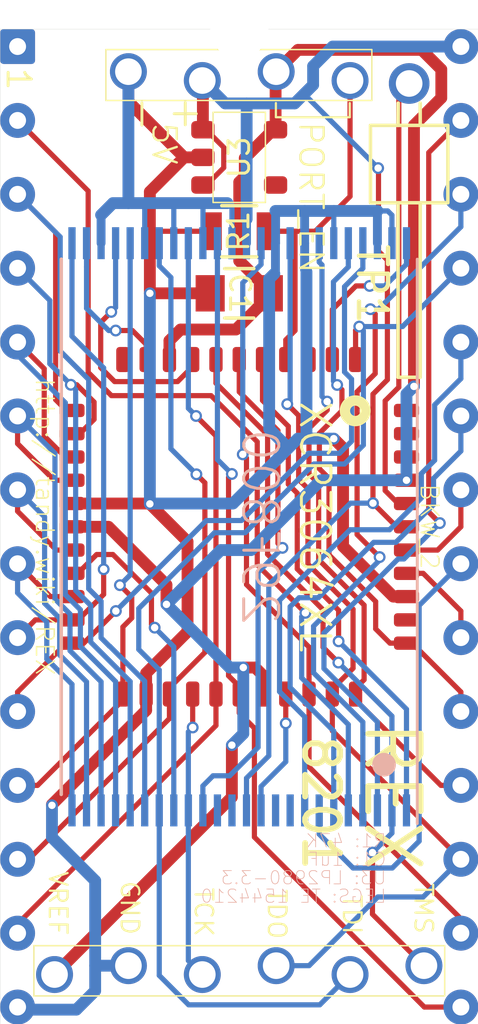
<source format=kicad_pcb>
(kicad_pcb (version 20171130) (host pcbnew 5.1.5-52549c5~84~ubuntu19.04.1)

  (general
    (thickness 1.6)
    (drawings 35)
    (tracks 547)
    (zones 0)
    (modules 9)
    (nets 40)
  )

  (page A4)
  (title_block
    (title REX1_bkw)
    (rev 12)
    (comment 1 "Original: Steve Adolph")
    (comment 2 "Modified: Brian K. White")
  )

  (layers
    (0 Top signal)
    (31 Bottom signal)
    (32 B.Adhes user hide)
    (33 F.Adhes user hide)
    (34 B.Paste user hide)
    (35 F.Paste user hide)
    (36 B.SilkS user hide)
    (37 F.SilkS user hide)
    (38 B.Mask user hide)
    (39 F.Mask user hide)
    (40 Dwgs.User user hide)
    (41 Cmts.User user hide)
    (42 Eco1.User user hide)
    (43 Eco2.User user hide)
    (44 Edge.Cuts user)
    (45 Margin user hide)
    (46 B.CrtYd user hide)
    (47 F.CrtYd user hide)
    (48 B.Fab user hide)
    (49 F.Fab user hide)
  )

  (setup
    (last_trace_width 0.1778)
    (user_trace_width 0.3048)
    (user_trace_width 0.4064)
    (trace_clearance 0.1778)
    (zone_clearance 0.1524)
    (zone_45_only no)
    (trace_min 0.1778)
    (via_size 0.4064)
    (via_drill 0.254)
    (via_min_size 0.381)
    (via_min_drill 0.254)
    (uvia_size 0.4064)
    (uvia_drill 0.254)
    (uvias_allowed no)
    (uvia_min_size 0.381)
    (uvia_min_drill 0.254)
    (edge_width 0.01)
    (segment_width 0.2032)
    (pcb_text_width 0.254)
    (pcb_text_size 1.2192 1.2192)
    (mod_edge_width 0.0254)
    (mod_text_size 0.4572 0.4572)
    (mod_text_width 0.0254)
    (pad_size 1.905 2.032)
    (pad_drill 1.524)
    (pad_to_mask_clearance 0)
    (aux_axis_origin 0 0)
    (grid_origin 147.2184 99.187)
    (visible_elements FFFFFF7F)
    (pcbplotparams
      (layerselection 0x010fc_ffffffff)
      (usegerberextensions false)
      (usegerberattributes false)
      (usegerberadvancedattributes false)
      (creategerberjobfile false)
      (excludeedgelayer true)
      (linewidth 0.100000)
      (plotframeref false)
      (viasonmask false)
      (mode 1)
      (useauxorigin false)
      (hpglpennumber 1)
      (hpglpenspeed 20)
      (hpglpendiameter 15.000000)
      (psnegative false)
      (psa4output false)
      (plotreference true)
      (plotvalue true)
      (plotinvisibletext false)
      (padsonsilk false)
      (subtractmaskfromsilk false)
      (outputformat 1)
      (mirror false)
      (drillshape 1)
      (scaleselection 1)
      (outputdirectory ""))
  )

  (net 0 "")
  (net 1 GND)
  (net 2 +3V3)
  (net 3 /PORT_EN)
  (net 4 /TP1)
  (net 5 /eD3)
  (net 6 /eA12)
  (net 7 /eD4)
  (net 8 /eA7)
  (net 9 /eA6)
  (net 10 /eD6)
  (net 11 /eA5)
  (net 12 /eD7)
  (net 13 /eA4)
  (net 14 /e~CS)
  (net 15 /eA3)
  (net 16 /eA10)
  (net 17 /eA2)
  (net 18 /e~OE)
  (net 19 /eA1)
  (net 20 /eA11)
  (net 21 /eA0)
  (net 22 /eA9)
  (net 23 /eD0)
  (net 24 /eD1)
  (net 25 /eA13)
  (net 26 /eD2)
  (net 27 /eA14)
  (net 28 +5V)
  (net 29 /TMS)
  (net 30 /TCK)
  (net 31 /_~WE)
  (net 32 /_A17)
  (net 33 /_~CE)
  (net 34 /_~OE)
  (net 35 /_RY~BY)
  (net 36 /_A15)
  (net 37 /_A16)
  (net 38 /eD5)
  (net 39 /eA8)

  (net_class Default "This is the default net class."
    (clearance 0.1778)
    (trace_width 0.1778)
    (via_dia 0.4064)
    (via_drill 0.254)
    (uvia_dia 0.4064)
    (uvia_drill 0.254)
    (diff_pair_width 0.1778)
    (diff_pair_gap 0.1778)
    (add_net +3V3)
    (add_net +5V)
    (add_net /PORT_EN)
    (add_net /TCK)
    (add_net /TMS)
    (add_net /TP1)
    (add_net /_A15)
    (add_net /_A16)
    (add_net /_A17)
    (add_net /_RY~BY)
    (add_net /_~CE)
    (add_net /_~OE)
    (add_net /_~WE)
    (add_net /eA0)
    (add_net /eA1)
    (add_net /eA10)
    (add_net /eA11)
    (add_net /eA12)
    (add_net /eA13)
    (add_net /eA14)
    (add_net /eA2)
    (add_net /eA3)
    (add_net /eA4)
    (add_net /eA5)
    (add_net /eA6)
    (add_net /eA7)
    (add_net /eA8)
    (add_net /eA9)
    (add_net /eD0)
    (add_net /eD1)
    (add_net /eD2)
    (add_net /eD3)
    (add_net /eD4)
    (add_net /eD5)
    (add_net /eD6)
    (add_net /eD7)
    (add_net /e~CS)
    (add_net /e~OE)
    (add_net GND)
    (add_net "Net-(J1-Pad1)")
    (add_net "Net-(U1-Pad11)")
    (add_net "Net-(U1-Pad3)")
    (add_net "Net-(U1-Pad35)")
    (add_net "Net-(U1-Pad42)")
    (add_net "Net-(U1-Pad43)")
    (add_net "Net-(U1-Pad44)")
    (add_net "Net-(U3-Pad4)")
  )

  (module 000_LOCAL:R_0805 (layer Top) (tedit 5E24F165) (tstamp 5E77BB7A)
    (at 147.218 89.027)
    (descr "Resistor SMD 0805, reflow soldering, Vishay (see dcrcw.pdf)")
    (tags "resistor 0805")
    (path /2604F989)
    (attr smd)
    (fp_text reference R1 (at -0.025 0 -90) (layer F.SilkS)
      (effects (font (size 0.7112 0.7112) (thickness 0.1016)))
    )
    (fp_text value 10k (at 0 1.75) (layer F.Fab)
      (effects (font (size 1 1) (thickness 0.15)))
    )
    (fp_text user %R (at 0 0) (layer F.Fab)
      (effects (font (size 0.5 0.5) (thickness 0.075)))
    )
    (fp_line (start -1 0.62) (end -1 -0.62) (layer F.Fab) (width 0.1))
    (fp_line (start 1 0.62) (end -1 0.62) (layer F.Fab) (width 0.1))
    (fp_line (start 1 -0.62) (end 1 0.62) (layer F.Fab) (width 0.1))
    (fp_line (start -1 -0.62) (end 1 -0.62) (layer F.Fab) (width 0.1))
    (fp_line (start 0.6 0.88) (end -0.6 0.88) (layer F.SilkS) (width 0.12))
    (fp_line (start -0.6 -0.88) (end 0.6 -0.88) (layer F.SilkS) (width 0.12))
    (fp_line (start -1.55 -0.9) (end 1.55 -0.9) (layer F.CrtYd) (width 0.05))
    (fp_line (start -1.55 -0.9) (end -1.55 0.9) (layer F.CrtYd) (width 0.05))
    (fp_line (start 1.55 0.9) (end 1.55 -0.9) (layer F.CrtYd) (width 0.05))
    (fp_line (start 1.55 0.9) (end -1.55 0.9) (layer F.CrtYd) (width 0.05))
    (pad 1 smd rect (at -0.95 0) (size 0.7 1.3) (layers Top F.Paste F.Mask)
      (net 1 GND))
    (pad 2 smd rect (at 0.95 0) (size 0.7 1.3) (layers Top F.Paste F.Mask)
      (net 3 /PORT_EN))
    (model ${KIPRJMOD}/000_LOCAL.pretty/3d/R_0805_2012Metric.step
      (at (xyz 0 0 0))
      (scale (xyz 1 1 1))
      (rotate (xyz 0 0 0))
    )
  )

  (module 000_LOCAL:1x1_pin_h (layer Top) (tedit 5E77C00F) (tstamp 5E79B6A9)
    (at 153.06 83.947 270)
    (descr "Through hole angled pin header, 1x01, 2.54mm pitch, 6mm pin length, single row")
    (tags "Through hole angled pin header THT 1x01 2.54mm single row")
    (path /E5F42BB8)
    (fp_text reference TP1 (at 6.8961 1.27 270 unlocked) (layer F.SilkS)
      (effects (font (size 1 1) (thickness 0.15)))
    )
    (fp_text value PINHD-1X1 (at 4.31 3.16 90) (layer F.Fab)
      (effects (font (size 1 1) (thickness 0.15)))
    )
    (fp_line (start 2.135 -1.27) (end 4.04 -1.27) (layer F.Fab) (width 0.1))
    (fp_line (start 4.04 -1.27) (end 4.04 1.27) (layer F.Fab) (width 0.1))
    (fp_line (start 4.04 1.27) (end 1.5 1.27) (layer F.Fab) (width 0.1))
    (fp_line (start 1.5 1.27) (end 1.5 -0.635) (layer F.Fab) (width 0.1))
    (fp_line (start 1.5 -0.635) (end 2.135 -1.27) (layer F.Fab) (width 0.1))
    (fp_line (start -0.32 -0.32) (end 1.5 -0.32) (layer F.Fab) (width 0.1))
    (fp_line (start -0.32 -0.32) (end -0.32 0.32) (layer F.Fab) (width 0.1))
    (fp_line (start -0.32 0.32) (end 1.5 0.32) (layer F.Fab) (width 0.1))
    (fp_line (start 4.04 -0.32) (end 10.04 -0.32) (layer F.Fab) (width 0.1))
    (fp_line (start 10.04 -0.32) (end 10.04 0.32) (layer F.Fab) (width 0.1))
    (fp_line (start 4.04 0.32) (end 10.04 0.32) (layer F.Fab) (width 0.1))
    (fp_line (start 1.44 -1.33) (end 1.44 1.33) (layer F.SilkS) (width 0.12))
    (fp_line (start 1.44 1.33) (end 4.1 1.33) (layer F.SilkS) (width 0.12))
    (fp_line (start 4.1 1.33) (end 4.1 -1.33) (layer F.SilkS) (width 0.12))
    (fp_line (start 4.1 -1.33) (end 1.44 -1.33) (layer F.SilkS) (width 0.12))
    (fp_line (start 4.1 -0.38) (end 10.1 -0.38) (layer F.SilkS) (width 0.12))
    (fp_line (start 10.1 -0.38) (end 10.1 0.38) (layer F.SilkS) (width 0.12))
    (fp_line (start 10.1 0.38) (end 4.1 0.38) (layer F.SilkS) (width 0.12))
    (fp_line (start 0.675 -0.38) (end 1.44 -0.38) (layer F.SilkS) (width 0.12))
    (fp_line (start 0.675 0.375) (end 1.44 0.38) (layer F.SilkS) (width 0.12))
    (fp_line (start -1.8 -1.8) (end -1.8 1.8) (layer F.CrtYd) (width 0.05))
    (fp_line (start -1.8 1.8) (end 10.55 1.8) (layer F.CrtYd) (width 0.05))
    (fp_line (start 10.55 1.8) (end 10.55 -1.8) (layer F.CrtYd) (width 0.05))
    (fp_line (start 10.55 -1.8) (end -1.8 -1.8) (layer F.CrtYd) (width 0.05))
    (fp_text user %R (at 2.77 0) (layer F.Fab)
      (effects (font (size 1 1) (thickness 0.15)))
    )
    (pad 1 thru_hole circle (at 0 0 270) (size 1.397 1.397) (drill 0.9144) (layers *.Cu *.Mask)
      (net 4 /TP1))
    (model ${KISYS3DMOD}/Connector_PinHeader_2.54mm.3dshapes/PinHeader_1x01_P2.54mm_Horizontal.step
      (at (xyz 0 0 0))
      (scale (xyz 1 1 1))
      (rotate (xyz 0 0 0))
    )
  )

  (module 000_LOCAL:SOT-23-5 (layer Top) (tedit 5D2E7E51) (tstamp 5E77BC2D)
    (at 147.218 86.487)
    (descr "5-pin SOT23 package")
    (tags SOT-23-5)
    (path /5D30DD1C)
    (attr smd)
    (fp_text reference U3 (at 0.0004 0 -90) (layer F.SilkS)
      (effects (font (size 0.7112 0.7112) (thickness 0.1016)))
    )
    (fp_text value LP2980 (at 0 2.9) (layer F.Fab)
      (effects (font (size 1 1) (thickness 0.15)))
    )
    (fp_line (start -0.9 -1.55) (end -0.9 1.55) (layer F.SilkS) (width 0.0508))
    (fp_line (start 0.9 -1.55) (end -0.9 -1.55) (layer F.SilkS) (width 0.0508))
    (fp_line (start 0.9 1.55) (end 0.9 -1.55) (layer F.SilkS) (width 0.0508))
    (fp_line (start -0.9 1.55) (end 0.9 1.55) (layer F.SilkS) (width 0.0508))
    (fp_text user %R (at 0 0 90) (layer F.Fab)
      (effects (font (size 0.5 0.5) (thickness 0.075)))
    )
    (fp_line (start -0.9 -0.9) (end -0.25 -1.55) (layer F.Fab) (width 0.1))
    (fp_line (start 0.9 -1.55) (end -0.25 -1.55) (layer F.Fab) (width 0.1))
    (fp_line (start -0.9 -0.9) (end -0.9 1.55) (layer F.Fab) (width 0.1))
    (fp_line (start 0.9 1.55) (end -0.9 1.55) (layer F.Fab) (width 0.1))
    (fp_line (start 0.9 -1.55) (end 0.9 1.55) (layer F.Fab) (width 0.1))
    (pad 1 smd roundrect (at -1.25 -0.95) (size 0.8 0.6) (layers Top F.Paste F.Mask) (roundrect_rratio 0.25)
      (net 28 +5V))
    (pad 2 smd roundrect (at -1.25 0) (size 0.8 0.6) (layers Top F.Paste F.Mask) (roundrect_rratio 0.25)
      (net 1 GND))
    (pad 3 smd roundrect (at -1.25 0.95) (size 0.8 0.6) (layers Top F.Paste F.Mask) (roundrect_rratio 0.25)
      (net 28 +5V))
    (pad 4 smd roundrect (at 1.25 0.95) (size 0.8 0.6) (layers Top F.Paste F.Mask) (roundrect_rratio 0.25))
    (pad 5 smd roundrect (at 1.25 -0.95) (size 0.8 0.6) (layers Top F.Paste F.Mask) (roundrect_rratio 0.25)
      (net 2 +3V3))
    (model ${KISYS3DMOD}/Package_TO_SOT_SMD.3dshapes/SOT-23-5.step
      (at (xyz 0 0 0))
      (scale (xyz 1 1 1))
      (rotate (xyz 0 0 0))
    )
  )

  (module 000_LOCAL:TSOP-48 (layer Bottom) (tedit 5D2DBE0D) (tstamp 5E77BC1A)
    (at 147.218 99.187 90)
    (descr "TSOP I, 32 pins, 18.4x8mm body (https://www.micron.com/~/media/documents/products/technical-note/nor-flash/tn1225_land_pad_design.pdf)")
    (tags "TSOP I 32")
    (path /5EA914C4)
    (attr smd)
    (fp_text reference U2 (at -1.58496 -0.44958 270) (layer B.SilkS) hide
      (effects (font (size 1.2065 1.2065) (thickness 0.1016)) (justify left bottom mirror))
    )
    (fp_text value 29F800 (at 0 0.0004 270 unlocked) (layer B.SilkS)
      (effects (font (size 1.2065 1.2065) (thickness 0.1016)) (justify bottom mirror))
    )
    (fp_circle (center -8.1788 4.9784) (end -7.9756 4.9784) (layer B.SilkS) (width 0.4064))
    (fp_line (start -8.2 6) (end 9.2 6) (layer B.Fab) (width 0.1))
    (fp_line (start -9.2 -6) (end -9.2 5) (layer B.Fab) (width 0.1))
    (fp_line (start 9.2 -6) (end -9.2 -6) (layer B.Fab) (width 0.1))
    (fp_line (start 9.2 6) (end 9.2 -6) (layer B.Fab) (width 0.1))
    (fp_text user %R (at 0 0 270) (layer B.Fab)
      (effects (font (size 1 1) (thickness 0.15)) (justify mirror))
    )
    (fp_line (start -8.2 6) (end -9.2 5) (layer B.Fab) (width 0.1))
    (fp_line (start 9.2 6.12) (end -10.2 6.12) (layer B.SilkS) (width 0.1))
    (fp_line (start -9.2 -6.12) (end 9.2 -6.12) (layer B.SilkS) (width 0.12))
    (fp_line (start -10.55 6.25) (end 10.55 6.25) (layer B.CrtYd) (width 0.05))
    (fp_line (start 10.55 6.25) (end 10.55 -6.25) (layer B.CrtYd) (width 0.05))
    (fp_line (start 10.55 -6.25) (end -10.55 -6.25) (layer B.CrtYd) (width 0.05))
    (fp_line (start -10.55 -6.25) (end -10.55 6.25) (layer B.CrtYd) (width 0.05))
    (pad 48 smd rect (at 9.75 5.75 90) (size 1.1 0.25) (layers Bottom B.Paste B.Mask)
      (net 37 /_A16))
    (pad 47 smd rect (at 9.75 5.25 90) (size 1.1 0.25) (layers Bottom B.Paste B.Mask)
      (net 1 GND))
    (pad 46 smd rect (at 9.75 4.75 90) (size 1.1 0.25) (layers Bottom B.Paste B.Mask)
      (net 1 GND))
    (pad 45 smd rect (at 9.75 4.25 90) (size 1.1 0.25) (layers Bottom B.Paste B.Mask)
      (net 21 /eA0))
    (pad 44 smd rect (at 9.75 3.75 90) (size 1.1 0.25) (layers Bottom B.Paste B.Mask)
      (net 12 /eD7))
    (pad 43 smd rect (at 9.75 3.25 90) (size 1.1 0.25) (layers Bottom B.Paste B.Mask)
      (net 1 GND))
    (pad 42 smd rect (at 9.75 2.75 90) (size 1.1 0.25) (layers Bottom B.Paste B.Mask)
      (net 10 /eD6))
    (pad 41 smd rect (at 9.75 2.25 90) (size 1.1 0.25) (layers Bottom B.Paste B.Mask)
      (net 1 GND))
    (pad 40 smd rect (at 9.75 1.75 90) (size 1.1 0.25) (layers Bottom B.Paste B.Mask)
      (net 38 /eD5))
    (pad 39 smd rect (at 9.75 1.25 90) (size 1.1 0.25) (layers Bottom B.Paste B.Mask)
      (net 1 GND))
    (pad 38 smd rect (at 9.75 0.75 90) (size 1.1 0.25) (layers Bottom B.Paste B.Mask)
      (net 7 /eD4))
    (pad 37 smd rect (at 9.75 0.25 90) (size 1.1 0.25) (layers Bottom B.Paste B.Mask)
      (net 28 +5V))
    (pad 36 smd rect (at 9.75 -0.25 90) (size 1.1 0.25) (layers Bottom B.Paste B.Mask)
      (net 1 GND))
    (pad 35 smd rect (at 9.75 -0.75 90) (size 1.1 0.25) (layers Bottom B.Paste B.Mask)
      (net 5 /eD3))
    (pad 34 smd rect (at 9.75 -1.25 90) (size 1.1 0.25) (layers Bottom B.Paste B.Mask)
      (net 1 GND))
    (pad 33 smd rect (at 9.75 -1.75 90) (size 1.1 0.25) (layers Bottom B.Paste B.Mask)
      (net 26 /eD2))
    (pad 32 smd rect (at 9.75 -2.25 90) (size 1.1 0.25) (layers Bottom B.Paste B.Mask)
      (net 1 GND))
    (pad 31 smd rect (at 9.75 -2.75 90) (size 1.1 0.25) (layers Bottom B.Paste B.Mask)
      (net 24 /eD1))
    (pad 30 smd rect (at 9.75 -3.25 90) (size 1.1 0.25) (layers Bottom B.Paste B.Mask)
      (net 1 GND))
    (pad 29 smd rect (at 9.75 -3.75 90) (size 1.1 0.25) (layers Bottom B.Paste B.Mask)
      (net 23 /eD0))
    (pad 28 smd rect (at 9.75 -4.25 90) (size 1.1 0.25) (layers Bottom B.Paste B.Mask)
      (net 34 /_~OE))
    (pad 27 smd rect (at 9.75 -4.75 90) (size 1.1 0.25) (layers Bottom B.Paste B.Mask)
      (net 1 GND))
    (pad 26 smd rect (at 9.75 -5.25 90) (size 1.1 0.25) (layers Bottom B.Paste B.Mask)
      (net 33 /_~CE))
    (pad 24 smd rect (at -9.75 -5.75 90) (size 1.1 0.25) (layers Bottom B.Paste B.Mask)
      (net 17 /eA2))
    (pad 23 smd rect (at -9.75 -5.25 90) (size 1.1 0.25) (layers Bottom B.Paste B.Mask)
      (net 15 /eA3))
    (pad 22 smd rect (at -9.75 -4.75 90) (size 1.1 0.25) (layers Bottom B.Paste B.Mask)
      (net 13 /eA4))
    (pad 21 smd rect (at -9.75 -4.25 90) (size 1.1 0.25) (layers Bottom B.Paste B.Mask)
      (net 11 /eA5))
    (pad 20 smd rect (at -9.75 -3.75 90) (size 1.1 0.25) (layers Bottom B.Paste B.Mask)
      (net 9 /eA6))
    (pad 19 smd rect (at -9.75 -3.25 90) (size 1.1 0.25) (layers Bottom B.Paste B.Mask)
      (net 8 /eA7))
    (pad 18 smd rect (at -9.75 -2.75 90) (size 1.1 0.25) (layers Bottom B.Paste B.Mask)
      (net 39 /eA8))
    (pad 17 smd rect (at -9.75 -2.25 90) (size 1.1 0.25) (layers Bottom B.Paste B.Mask)
      (net 32 /_A17))
    (pad 16 smd rect (at -9.75 -1.75 90) (size 1.1 0.25) (layers Bottom B.Paste B.Mask)
      (net 30 /TCK))
    (pad 15 smd rect (at -9.75 -1.25 90) (size 1.1 0.25) (layers Bottom B.Paste B.Mask)
      (net 35 /_RY~BY))
    (pad 14 smd rect (at -9.75 -0.75 90) (size 1.1 0.25) (layers Bottom B.Paste B.Mask))
    (pad 13 smd rect (at -9.75 -0.25 90) (size 1.1 0.25) (layers Bottom B.Paste B.Mask))
    (pad 12 smd rect (at -9.75 0.25 90) (size 1.1 0.25) (layers Bottom B.Paste B.Mask)
      (net 28 +5V))
    (pad 11 smd rect (at -9.75 0.75 90) (size 1.1 0.25) (layers Bottom B.Paste B.Mask)
      (net 31 /_~WE))
    (pad 10 smd rect (at -9.75 1.25 90) (size 1.1 0.25) (layers Bottom B.Paste B.Mask))
    (pad 9 smd rect (at -9.75 1.75 90) (size 1.1 0.25) (layers Bottom B.Paste B.Mask))
    (pad 8 smd rect (at -9.75 2.25 90) (size 1.1 0.25) (layers Bottom B.Paste B.Mask)
      (net 22 /eA9))
    (pad 7 smd rect (at -9.75 2.75 90) (size 1.1 0.25) (layers Bottom B.Paste B.Mask)
      (net 16 /eA10))
    (pad 6 smd rect (at -9.75 3.25 90) (size 1.1 0.25) (layers Bottom B.Paste B.Mask)
      (net 20 /eA11))
    (pad 5 smd rect (at -9.75 3.75 90) (size 1.1 0.25) (layers Bottom B.Paste B.Mask)
      (net 6 /eA12))
    (pad 4 smd rect (at -9.75 4.25 90) (size 1.1 0.25) (layers Bottom B.Paste B.Mask)
      (net 25 /eA13))
    (pad 3 smd rect (at -9.75 4.75 90) (size 1.1 0.25) (layers Bottom B.Paste B.Mask)
      (net 27 /eA14))
    (pad 2 smd rect (at -9.75 5.25 90) (size 1.1 0.25) (layers Bottom B.Paste B.Mask)
      (net 29 /TMS))
    (pad 25 smd rect (at 9.75 -5.75 90) (size 1.1 0.25) (layers Bottom B.Paste B.Mask)
      (net 19 /eA1))
    (pad 1 smd rect (at -9.75 5.75 90) (size 1.1 0.25) (layers Bottom B.Paste B.Mask)
      (net 36 /_A15))
    (model ${KISYS3DMOD}/Package_SO.3dshapes/TSOP-I-48_12x18.4mm_P0.5mm.step
      (at (xyz 0 0 0))
      (scale (xyz 1 1 1))
      (rotate (xyz 0 0 0))
    )
  )

  (module 000_LOCAL:QFP44 (layer Top) (tedit 5D20F7C0) (tstamp 5E77BBD9)
    (at 147.218 99.187 270)
    (path /5E976829)
    (attr smd)
    (fp_text reference U1 (at -1.4859 0.2667 270 unlocked) (layer F.SilkS) hide
      (effects (font (size 1.2065 1.2065) (thickness 0.1016)) (justify left bottom))
    )
    (fp_text value XCR3064-VQ44 (at -8.1534 -8.9662 180) (layer Dwgs.User) hide
      (effects (font (size 1.2065 1.2065) (thickness 0.1016)) (justify left bottom))
    )
    (fp_line (start -6.7 6.7) (end -6.7 -6.7) (layer F.CrtYd) (width 0.1))
    (fp_line (start 6.7 6.7) (end -6.7 6.7) (layer F.CrtYd) (width 0.1))
    (fp_line (start 6.7 -6.7) (end 6.7 6.7) (layer F.CrtYd) (width 0.1))
    (fp_line (start -6.7 -6.7) (end 6.7 -6.7) (layer F.CrtYd) (width 0.1))
    (fp_circle (center -5.715 -5.715) (end -5.715 -5.815) (layer F.Fab) (width 0.2))
    (fp_circle (center -3.9878 -3.9878) (end -3.8116 -3.9878) (layer F.SilkS) (width 0.3556))
    (fp_line (start 6 -6) (end -6 -6) (layer F.Fab) (width 0.1))
    (fp_line (start -6 -6) (end -6 6) (layer F.Fab) (width 0.1))
    (fp_line (start -6 6) (end 6 6) (layer F.Fab) (width 0.1))
    (fp_line (start 6 6) (end 6 -6) (layer F.Fab) (width 0.1))
    (fp_text user %R (at 0 0 270) (layer F.Fab)
      (effects (font (size 1 1) (thickness 0.15)))
    )
    (pad 44 smd roundrect (at -4 -5.75 270) (size 0.4572 0.8636) (layers Top F.Paste F.Mask) (roundrect_rratio 0.25))
    (pad 43 smd roundrect (at -3.2 -5.75 270) (size 0.4572 0.8636) (layers Top F.Paste F.Mask) (roundrect_rratio 0.25))
    (pad 42 smd roundrect (at -2.4 -5.75 270) (size 0.4572 0.8636) (layers Top F.Paste F.Mask) (roundrect_rratio 0.25))
    (pad 41 smd roundrect (at -1.6 -5.75 270) (size 0.4572 0.8636) (layers Top F.Paste F.Mask) (roundrect_rratio 0.25)
      (net 2 +3V3))
    (pad 40 smd roundrect (at -0.8 -5.75 270) (size 0.4572 0.8636) (layers Top F.Paste F.Mask) (roundrect_rratio 0.25)
      (net 4 /TP1))
    (pad 39 smd roundrect (at 0 -5.75 270) (size 0.4572 0.8636) (layers Top F.Paste F.Mask) (roundrect_rratio 0.25)
      (net 28 +5V))
    (pad 38 smd roundrect (at 0.8 -5.75 270) (size 0.4572 0.8636) (layers Top F.Paste F.Mask) (roundrect_rratio 0.25)
      (net 18 /e~OE))
    (pad 37 smd roundrect (at 1.6 -5.75 270) (size 0.4572 0.8636) (layers Top F.Paste F.Mask) (roundrect_rratio 0.25)
      (net 14 /e~CS))
    (pad 36 smd roundrect (at 2.4 -5.75 270) (size 0.4572 0.8636) (layers Top F.Paste F.Mask) (roundrect_rratio 0.25)
      (net 1 GND))
    (pad 35 smd roundrect (at 3.2 -5.75 270) (size 0.4572 0.8636) (layers Top F.Paste F.Mask) (roundrect_rratio 0.25))
    (pad 34 smd roundrect (at 4 -5.75 270) (size 0.4572 0.8636) (layers Top F.Paste F.Mask) (roundrect_rratio 0.25)
      (net 12 /eD7))
    (pad 33 smd roundrect (at 5.75 -4) (size 0.4572 0.8636) (layers Top F.Paste F.Mask) (roundrect_rratio 0.25)
      (net 10 /eD6))
    (pad 32 smd roundrect (at 5.75 -3.2) (size 0.4572 0.8636) (layers Top F.Paste F.Mask) (roundrect_rratio 0.25)
      (net 38 /eD5))
    (pad 31 smd roundrect (at 5.75 -2.4) (size 0.4572 0.8636) (layers Top F.Paste F.Mask) (roundrect_rratio 0.25)
      (net 7 /eD4))
    (pad 30 smd roundrect (at 5.75 -1.6) (size 0.4572 0.8636) (layers Top F.Paste F.Mask) (roundrect_rratio 0.25)
      (net 31 /_~WE))
    (pad 29 smd roundrect (at 5.75 -0.8) (size 0.4572 0.8636) (layers Top F.Paste F.Mask) (roundrect_rratio 0.25)
      (net 2 +3V3))
    (pad 28 smd roundrect (at 5.75 0) (size 0.4572 0.8636) (layers Top F.Paste F.Mask) (roundrect_rratio 0.25)
      (net 5 /eD3))
    (pad 27 smd roundrect (at 5.75 0.8) (size 0.4572 0.8636) (layers Top F.Paste F.Mask) (roundrect_rratio 0.25)
      (net 26 /eD2))
    (pad 26 smd roundrect (at 5.75 1.6) (size 0.4572 0.8636) (layers Top F.Paste F.Mask) (roundrect_rratio 0.25)
      (net 30 /TCK))
    (pad 25 smd roundrect (at 5.75 2.4) (size 0.4572 0.8636) (layers Top F.Paste F.Mask) (roundrect_rratio 0.25)
      (net 24 /eD1))
    (pad 24 smd roundrect (at 5.75 3.2) (size 0.4572 0.8636) (layers Top F.Paste F.Mask) (roundrect_rratio 0.25)
      (net 1 GND))
    (pad 23 smd roundrect (at 5.75 4) (size 0.4572 0.8636) (layers Top F.Paste F.Mask) (roundrect_rratio 0.25)
      (net 23 /eD0))
    (pad 22 smd roundrect (at 4 5.75 270) (size 0.4572 0.8636) (layers Top F.Paste F.Mask) (roundrect_rratio 0.25)
      (net 21 /eA0))
    (pad 21 smd roundrect (at 3.2 5.75 270) (size 0.4572 0.8636) (layers Top F.Paste F.Mask) (roundrect_rratio 0.25)
      (net 19 /eA1))
    (pad 20 smd roundrect (at 2.4 5.75 270) (size 0.4572 0.8636) (layers Top F.Paste F.Mask) (roundrect_rratio 0.25)
      (net 17 /eA2))
    (pad 19 smd roundrect (at 1.6 5.75 270) (size 0.4572 0.8636) (layers Top F.Paste F.Mask) (roundrect_rratio 0.25)
      (net 32 /_A17))
    (pad 18 smd roundrect (at 0.8 5.75 270) (size 0.4572 0.8636) (layers Top F.Paste F.Mask) (roundrect_rratio 0.25)
      (net 15 /eA3))
    (pad 17 smd roundrect (at 0 5.75 270) (size 0.4572 0.8636) (layers Top F.Paste F.Mask) (roundrect_rratio 0.25)
      (net 2 +3V3))
    (pad 16 smd roundrect (at -0.8 5.75 270) (size 0.4572 0.8636) (layers Top F.Paste F.Mask) (roundrect_rratio 0.25)
      (net 1 GND))
    (pad 15 smd roundrect (at -1.6 5.75 270) (size 0.4572 0.8636) (layers Top F.Paste F.Mask) (roundrect_rratio 0.25)
      (net 13 /eA4))
    (pad 14 smd roundrect (at -2.4 5.75 270) (size 0.4572 0.8636) (layers Top F.Paste F.Mask) (roundrect_rratio 0.25)
      (net 11 /eA5))
    (pad 13 smd roundrect (at -3.2 5.75 270) (size 0.4572 0.8636) (layers Top F.Paste F.Mask) (roundrect_rratio 0.25)
      (net 9 /eA6))
    (pad 12 smd roundrect (at -4 5.75 270) (size 0.4572 0.8636) (layers Top F.Paste F.Mask) (roundrect_rratio 0.25)
      (net 8 /eA7))
    (pad 11 smd roundrect (at -5.75 4) (size 0.4572 0.8636) (layers Top F.Paste F.Mask) (roundrect_rratio 0.25))
    (pad 10 smd roundrect (at -5.75 3.2) (size 0.4572 0.8636) (layers Top F.Paste F.Mask) (roundrect_rratio 0.25)
      (net 33 /_~CE))
    (pad 9 smd roundrect (at -5.75 2.4) (size 0.4572 0.8636) (layers Top F.Paste F.Mask) (roundrect_rratio 0.25)
      (net 2 +3V3))
    (pad 8 smd roundrect (at -5.75 1.6) (size 0.4572 0.8636) (layers Top F.Paste F.Mask) (roundrect_rratio 0.25)
      (net 34 /_~OE))
    (pad 7 smd roundrect (at -5.75 0.8) (size 0.4572 0.8636) (layers Top F.Paste F.Mask) (roundrect_rratio 0.25)
      (net 29 /TMS))
    (pad 6 smd roundrect (at -5.75 0) (size 0.4572 0.8636) (layers Top F.Paste F.Mask) (roundrect_rratio 0.25)
      (net 35 /_RY~BY))
    (pad 5 smd roundrect (at -5.75 -0.8) (size 0.4572 0.8636) (layers Top F.Paste F.Mask) (roundrect_rratio 0.25)
      (net 36 /_A15))
    (pad 4 smd roundrect (at -5.75 -1.6) (size 0.4572 0.8636) (layers Top F.Paste F.Mask) (roundrect_rratio 0.25)
      (net 3 /PORT_EN))
    (pad 3 smd roundrect (at -5.75 -2.4) (size 0.4572 0.8636) (layers Top F.Paste F.Mask) (roundrect_rratio 0.25))
    (pad 2 smd roundrect (at -5.75 -3.2) (size 0.4572 0.8636) (layers Top F.Paste F.Mask) (roundrect_rratio 0.25)
      (net 37 /_A16))
    (pad 1 smd roundrect (at -5.75 -4) (size 0.4572 0.8636) (layers Top F.Paste F.Mask) (roundrect_rratio 0.25)
      (net 39 /eA8))
    (model ${KISYS3DMOD}/Package_QFP.3dshapes/TQFP-44_10x10mm_P0.8mm.wrl
      (at (xyz 0 0 0))
      (scale (xyz 1 1 1))
      (rotate (xyz 0 0 0))
    )
  )

  (module 000_LOCAL:1x4_jamb_stagger (layer Top) (tedit 5D492BC0) (tstamp 5E77BB69)
    (at 147.218 83.693)
    (descr "jamb connector, 4 pin, staggered")
    (path /5D265CE5)
    (solder_mask_margin -0.17272)
    (fp_text reference J3 (at -1.3462 -1.8288 -180) (layer Dwgs.User)
      (effects (font (size 1.2065 1.2065) (thickness 0.127)) (justify right bottom))
    )
    (fp_text value PRG (at 0 2.54 unlocked) (layer F.Fab)
      (effects (font (size 1.2065 1.2065) (thickness 0.1016)) (justify bottom))
    )
    (fp_poly (pts (xy 0.9525 -0.3175) (xy 0.9525 0.3175) (xy 1.5875 0.3175) (xy 1.5875 -0.3175)) (layer Dwgs.User) (width 0.000254))
    (fp_poly (pts (xy -1.5875 -0.3175) (xy -1.5875 0.3175) (xy -0.9525 0.3175) (xy -0.9525 -0.3175)) (layer Dwgs.User) (width 0.000254))
    (fp_poly (pts (xy 3.4925 -0.3175) (xy 3.4925 0.3175) (xy 4.1275 0.3175) (xy 4.1275 -0.3175)) (layer Dwgs.User) (width 0.000254))
    (fp_poly (pts (xy -4.1275 -0.3175) (xy -4.1275 0.3175) (xy -3.4925 0.3175) (xy -3.4925 -0.3175)) (layer Dwgs.User) (width 0.000254))
    (pad 4 thru_hole circle (at 3.81 0.1524) (size 1.27 1.27) (drill 0.9144) (layers *.Cu *.Mask)
      (net 3 /PORT_EN))
    (pad 3 thru_hole circle (at 1.27 -0.1524) (size 1.27 1.27) (drill 0.9144) (layers *.Cu *.Mask)
      (net 2 +3V3))
    (pad 2 thru_hole circle (at -1.27 0.1524) (size 1.27 1.27) (drill 0.9144) (layers *.Cu *.Mask)
      (net 28 +5V))
    (pad 1 thru_hole circle (at -3.81 -0.1524) (size 1.27 1.27) (drill 0.9144) (layers *.Cu *.Mask)
      (net 1 GND))
  )

  (module 000_LOCAL:1x6_jamb_stagger (layer Top) (tedit 5D492B89) (tstamp 5E77BB5D)
    (at 147.218 114.427)
    (descr "6 pin jamb connector, perpendicular offsets")
    (path /5D38CEC5)
    (solder_mask_margin -0.17272)
    (fp_text reference J2 (at 1.0795 -1.5494 -180) (layer Dwgs.User)
      (effects (font (size 1.2065 1.2065) (thickness 0.127)) (justify right bottom))
    )
    (fp_text value JTAG (at 0 2.54 unlocked) (layer F.Fab)
      (effects (font (size 1.2065 1.2065) (thickness 0.1016)) (justify bottom))
    )
    (fp_poly (pts (xy 6.0325 -0.3175) (xy 6.0325 0.3175) (xy 6.6675 0.3175) (xy 6.6675 -0.3175)) (layer Dwgs.User) (width 0))
    (fp_poly (pts (xy 3.4925 -0.3175) (xy 3.4925 0.3175) (xy 4.1275 0.3175) (xy 4.1275 -0.3175)) (layer Dwgs.User) (width 0))
    (fp_poly (pts (xy 0.9525 -0.3175) (xy 0.9525 0.3175) (xy 1.5875 0.3175) (xy 1.5875 -0.3175)) (layer Dwgs.User) (width 0))
    (fp_poly (pts (xy -1.5875 -0.3175) (xy -1.5875 0.3175) (xy -0.9525 0.3175) (xy -0.9525 -0.3175)) (layer Dwgs.User) (width 0))
    (fp_poly (pts (xy -4.1275 -0.3175) (xy -4.1275 0.3175) (xy -3.4925 0.3175) (xy -3.4925 -0.3175)) (layer Dwgs.User) (width 0))
    (fp_poly (pts (xy -6.6675 -0.3175) (xy -6.6675 0.3175) (xy -6.0325 0.3175) (xy -6.0325 -0.3175)) (layer Dwgs.User) (width 0))
    (pad 6 thru_hole circle (at 6.35 -0.1524) (size 1.27 1.27) (drill 0.9144) (layers *.Cu *.Mask)
      (net 29 /TMS))
    (pad 5 thru_hole circle (at 3.81 0.1524) (size 1.27 1.27) (drill 0.9144) (layers *.Cu *.Mask)
      (net 39 /eA8))
    (pad 4 thru_hole circle (at 1.27 -0.1524) (size 1.27 1.27) (drill 0.9144) (layers *.Cu *.Mask)
      (net 38 /eD5))
    (pad 3 thru_hole circle (at -1.27 0.1524) (size 1.27 1.27) (drill 0.9144) (layers *.Cu *.Mask)
      (net 30 /TCK))
    (pad 2 thru_hole circle (at -3.81 -0.1524) (size 1.27 1.27) (drill 0.9144) (layers *.Cu *.Mask)
      (net 1 GND))
    (pad 1 thru_hole circle (at -6.35 0.1524) (size 1.27 1.27) (drill 0.9144) (layers *.Cu *.Mask)
      (net 2 +3V3))
  )

  (module 000_LOCAL:DIP-28_W15.24mm_pcb_sil_pins (layer Top) (tedit 5E4EBF21) (tstamp 5E77BB4D)
    (at 147.218 99.187)
    (descr "28-lead though-hole mounted DIP package, row spacing 15.24 mm (600 mils)")
    (tags "THT DIP DIL PDIP 2.54mm 15.24mm 600mil")
    (path /5D27638E)
    (fp_text reference J1 (at -5.7908 -16.002) (layer F.SilkS) hide
      (effects (font (size 1 1) (thickness 0.15)))
    )
    (fp_text value "DIP28 legs 27C256" (at 0 18.84) (layer F.Fab)
      (effects (font (size 1 1) (thickness 0.15)))
    )
    (fp_line (start 8.22 -17.11) (end -8.22 -17.11) (layer F.CrtYd) (width 0.01))
    (fp_line (start 8.22 17.11) (end 8.22 -17.11) (layer F.CrtYd) (width 0.01))
    (fp_line (start -8.22 17.11) (end 8.22 17.11) (layer F.CrtYd) (width 0.01))
    (fp_line (start -8.22 -17.11) (end -8.22 17.11) (layer F.CrtYd) (width 0.01))
    (fp_text user %R (at 0.27 3.12) (layer F.Fab)
      (effects (font (size 1 1) (thickness 0.15)))
    )
    (pad "" np_thru_hole circle (at 0 -17.11) (size 2 2) (drill 2) (layers *.Cu *.Mask))
    (pad 1 thru_hole roundrect (at -7.62 -16.51) (size 1.2 1.2) (drill 0.58) (layers *.Cu *.Mask) (roundrect_rratio 0.1))
    (pad 15 thru_hole circle (at 7.62 16.51) (size 1.2 1.2) (drill 0.58) (layers *.Cu *.Mask)
      (net 5 /eD3))
    (pad 2 thru_hole circle (at -7.62 -13.97) (size 1.2 1.2) (drill 0.58) (layers *.Cu *.Mask)
      (net 6 /eA12))
    (pad 16 thru_hole circle (at 7.62 13.97) (size 1.2 1.2) (drill 0.58) (layers *.Cu *.Mask)
      (net 7 /eD4))
    (pad 3 thru_hole circle (at -7.62 -11.43) (size 1.2 1.2) (drill 0.58) (layers *.Cu *.Mask)
      (net 8 /eA7))
    (pad 17 thru_hole circle (at 7.62 11.43) (size 1.2 1.2) (drill 0.58) (layers *.Cu *.Mask)
      (net 38 /eD5))
    (pad 4 thru_hole circle (at -7.62 -8.89) (size 1.2 1.2) (drill 0.58) (layers *.Cu *.Mask)
      (net 9 /eA6))
    (pad 18 thru_hole circle (at 7.62 8.89) (size 1.2 1.2) (drill 0.58) (layers *.Cu *.Mask)
      (net 10 /eD6))
    (pad 5 thru_hole circle (at -7.62 -6.35) (size 1.2 1.2) (drill 0.58) (layers *.Cu *.Mask)
      (net 11 /eA5))
    (pad 19 thru_hole circle (at 7.62 6.35) (size 1.2 1.2) (drill 0.58) (layers *.Cu *.Mask)
      (net 12 /eD7))
    (pad 6 thru_hole circle (at -7.62 -3.81) (size 1.2 1.2) (drill 0.58) (layers *.Cu *.Mask)
      (net 13 /eA4))
    (pad 20 thru_hole circle (at 7.62 3.81) (size 1.2 1.2) (drill 0.58) (layers *.Cu *.Mask)
      (net 14 /e~CS))
    (pad 7 thru_hole circle (at -7.62 -1.27) (size 1.2 1.2) (drill 0.58) (layers *.Cu *.Mask)
      (net 15 /eA3))
    (pad 21 thru_hole circle (at 7.62 1.27) (size 1.2 1.2) (drill 0.58) (layers *.Cu *.Mask)
      (net 16 /eA10))
    (pad 8 thru_hole circle (at -7.62 1.27) (size 1.2 1.2) (drill 0.58) (layers *.Cu *.Mask)
      (net 17 /eA2))
    (pad 22 thru_hole circle (at 7.62 -1.27) (size 1.2 1.2) (drill 0.58) (layers *.Cu *.Mask)
      (net 18 /e~OE))
    (pad 9 thru_hole circle (at -7.62 3.81) (size 1.2 1.2) (drill 0.58) (layers *.Cu *.Mask)
      (net 19 /eA1))
    (pad 23 thru_hole circle (at 7.62 -3.81) (size 1.2 1.2) (drill 0.58) (layers *.Cu *.Mask)
      (net 20 /eA11))
    (pad 10 thru_hole circle (at -7.62 6.35) (size 1.2 1.2) (drill 0.58) (layers *.Cu *.Mask)
      (net 21 /eA0))
    (pad 24 thru_hole circle (at 7.62 -6.35) (size 1.2 1.2) (drill 0.58) (layers *.Cu *.Mask)
      (net 22 /eA9))
    (pad 11 thru_hole circle (at -7.62 8.89) (size 1.2 1.2) (drill 0.58) (layers *.Cu *.Mask)
      (net 23 /eD0))
    (pad 25 thru_hole circle (at 7.62 -8.89) (size 1.2 1.2) (drill 0.58) (layers *.Cu *.Mask)
      (net 39 /eA8))
    (pad 12 thru_hole circle (at -7.62 11.43) (size 1.2 1.2) (drill 0.58) (layers *.Cu *.Mask)
      (net 24 /eD1))
    (pad 26 thru_hole circle (at 7.62 -11.43) (size 1.2 1.2) (drill 0.58) (layers *.Cu *.Mask)
      (net 25 /eA13))
    (pad 13 thru_hole circle (at -7.62 13.97) (size 1.2 1.2) (drill 0.58) (layers *.Cu *.Mask)
      (net 26 /eD2))
    (pad 27 thru_hole circle (at 7.62 -13.97) (size 1.2 1.2) (drill 0.58) (layers *.Cu *.Mask)
      (net 27 /eA14))
    (pad 14 thru_hole circle (at -7.62 16.51) (size 1.2 1.2) (drill 0.58) (layers *.Cu *.Mask)
      (net 1 GND))
    (pad 28 thru_hole circle (at 7.62 -16.51) (size 1.2 1.2) (drill 0.58) (layers *.Cu *.Mask)
      (net 28 +5V))
    (model ${KIPRJMOD}/000_LOCAL.pretty/3d/DIL_LEG.step
      (offset (xyz -7.62 16.51 0.18))
      (scale (xyz 1 1 1))
      (rotate (xyz 0 0 0))
    )
    (model ${KIPRJMOD}/000_LOCAL.pretty/3d/DIL_LEG.step
      (offset (xyz -7.62 13.97 0.18))
      (scale (xyz 1 1 1))
      (rotate (xyz 0 0 0))
    )
    (model ${KIPRJMOD}/000_LOCAL.pretty/3d/DIL_LEG.step
      (offset (xyz -7.62 11.43 0.18))
      (scale (xyz 1 1 1))
      (rotate (xyz 0 0 0))
    )
    (model ${KIPRJMOD}/000_LOCAL.pretty/3d/DIL_LEG.step
      (offset (xyz -7.62 8.890000000000001 0.18))
      (scale (xyz 1 1 1))
      (rotate (xyz 0 0 0))
    )
    (model ${KIPRJMOD}/000_LOCAL.pretty/3d/DIL_LEG.step
      (offset (xyz -7.62 6.35 0.18))
      (scale (xyz 1 1 1))
      (rotate (xyz 0 0 0))
    )
    (model ${KIPRJMOD}/000_LOCAL.pretty/3d/DIL_LEG.step
      (offset (xyz -7.62 3.81 0.18))
      (scale (xyz 1 1 1))
      (rotate (xyz 0 0 0))
    )
    (model ${KIPRJMOD}/000_LOCAL.pretty/3d/DIL_LEG.step
      (offset (xyz -7.62 1.27 0.18))
      (scale (xyz 1 1 1))
      (rotate (xyz 0 0 0))
    )
    (model ${KIPRJMOD}/000_LOCAL.pretty/3d/DIL_LEG.step
      (offset (xyz -7.62 -1.27 0.18))
      (scale (xyz 1 1 1))
      (rotate (xyz 0 0 0))
    )
    (model ${KIPRJMOD}/000_LOCAL.pretty/3d/DIL_LEG.step
      (offset (xyz -7.62 -3.81 0.18))
      (scale (xyz 1 1 1))
      (rotate (xyz 0 0 0))
    )
    (model ${KIPRJMOD}/000_LOCAL.pretty/3d/DIL_LEG.step
      (offset (xyz -7.62 -6.35 0.18))
      (scale (xyz 1 1 1))
      (rotate (xyz 0 0 0))
    )
    (model ${KIPRJMOD}/000_LOCAL.pretty/3d/DIL_LEG.step
      (offset (xyz -7.62 -8.890000000000001 0.18))
      (scale (xyz 1 1 1))
      (rotate (xyz 0 0 0))
    )
    (model ${KIPRJMOD}/000_LOCAL.pretty/3d/DIL_LEG.step
      (offset (xyz -7.62 -11.43 0.18))
      (scale (xyz 1 1 1))
      (rotate (xyz 0 0 0))
    )
    (model ${KIPRJMOD}/000_LOCAL.pretty/3d/DIL_LEG.step
      (offset (xyz -7.62 -13.97 0.18))
      (scale (xyz 1 1 1))
      (rotate (xyz 0 0 0))
    )
    (model ${KIPRJMOD}/000_LOCAL.pretty/3d/DIL_LEG.step
      (offset (xyz -7.62 -16.51 0.18))
      (scale (xyz 1 1 1))
      (rotate (xyz 0 0 0))
    )
    (model ${KIPRJMOD}/000_LOCAL.pretty/3d/DIL_LEG.step
      (offset (xyz 7.62 -16.51 0.18))
      (scale (xyz 1 1 1))
      (rotate (xyz 0 0 0))
    )
    (model ${KIPRJMOD}/000_LOCAL.pretty/3d/DIL_LEG.step
      (offset (xyz 7.62 -13.97 0.18))
      (scale (xyz 1 1 1))
      (rotate (xyz 0 0 0))
    )
    (model ${KIPRJMOD}/000_LOCAL.pretty/3d/DIL_LEG.step
      (offset (xyz 7.62 -11.43 0.18))
      (scale (xyz 1 1 1))
      (rotate (xyz 0 0 0))
    )
    (model ${KIPRJMOD}/000_LOCAL.pretty/3d/DIL_LEG.step
      (offset (xyz 7.62 -8.890000000000001 0.18))
      (scale (xyz 1 1 1))
      (rotate (xyz 0 0 0))
    )
    (model ${KIPRJMOD}/000_LOCAL.pretty/3d/DIL_LEG.step
      (offset (xyz 7.62 -6.35 0.18))
      (scale (xyz 1 1 1))
      (rotate (xyz 0 0 0))
    )
    (model ${KIPRJMOD}/000_LOCAL.pretty/3d/DIL_LEG.step
      (offset (xyz 7.62 -3.81 0.18))
      (scale (xyz 1 1 1))
      (rotate (xyz 0 0 0))
    )
    (model ${KIPRJMOD}/000_LOCAL.pretty/3d/DIL_LEG.step
      (offset (xyz 7.62 -1.27 0.18))
      (scale (xyz 1 1 1))
      (rotate (xyz 0 0 0))
    )
    (model ${KIPRJMOD}/000_LOCAL.pretty/3d/DIL_LEG.step
      (offset (xyz 7.62 1.27 0.18))
      (scale (xyz 1 1 1))
      (rotate (xyz 0 0 0))
    )
    (model ${KIPRJMOD}/000_LOCAL.pretty/3d/DIL_LEG.step
      (offset (xyz 7.62 3.81 0.18))
      (scale (xyz 1 1 1))
      (rotate (xyz 0 0 0))
    )
    (model ${KIPRJMOD}/000_LOCAL.pretty/3d/DIL_LEG.step
      (offset (xyz 7.62 6.35 0.18))
      (scale (xyz 1 1 1))
      (rotate (xyz 0 0 0))
    )
    (model ${KIPRJMOD}/000_LOCAL.pretty/3d/DIL_LEG.step
      (offset (xyz 7.62 8.890000000000001 0.18))
      (scale (xyz 1 1 1))
      (rotate (xyz 0 0 0))
    )
    (model ${KIPRJMOD}/000_LOCAL.pretty/3d/DIL_LEG.step
      (offset (xyz 7.62 11.43 0.18))
      (scale (xyz 1 1 1))
      (rotate (xyz 0 0 0))
    )
    (model ${KIPRJMOD}/000_LOCAL.pretty/3d/DIL_LEG.step
      (offset (xyz 7.62 13.97 0.18))
      (scale (xyz 1 1 1))
      (rotate (xyz 0 0 0))
    )
    (model ${KIPRJMOD}/000_LOCAL.pretty/3d/DIL_LEG.step
      (offset (xyz 7.62 16.51 0.18))
      (scale (xyz 1 1 1))
      (rotate (xyz 0 0 0))
    )
  )

  (module 000_LOCAL:C_0805 (layer Top) (tedit 58AA8463) (tstamp 5E77BB27)
    (at 147.2184 91.1606 180)
    (descr "Capacitor SMD 0805, reflow soldering, AVX (see smccp.pdf)")
    (tags "capacitor 0805")
    (path /327B8ADF)
    (attr smd)
    (fp_text reference C1 (at -0.025 0 -90 unlocked) (layer F.SilkS)
      (effects (font (size 0.7112 0.7112) (thickness 0.1016)))
    )
    (fp_text value C-USC0805 (at 0 1.75) (layer F.Fab)
      (effects (font (size 1 1) (thickness 0.15)))
    )
    (fp_text user %R (at 0 -1.5) (layer F.Fab)
      (effects (font (size 1 1) (thickness 0.15)))
    )
    (fp_line (start -1 0.62) (end -1 -0.62) (layer F.Fab) (width 0.1))
    (fp_line (start 1 0.62) (end -1 0.62) (layer F.Fab) (width 0.1))
    (fp_line (start 1 -0.62) (end 1 0.62) (layer F.Fab) (width 0.1))
    (fp_line (start -1 -0.62) (end 1 -0.62) (layer F.Fab) (width 0.1))
    (fp_line (start 0.5 -0.85) (end -0.5 -0.85) (layer F.SilkS) (width 0.12))
    (fp_line (start -0.5 0.85) (end 0.5 0.85) (layer F.SilkS) (width 0.12))
    (fp_line (start -1.75 -0.88) (end 1.75 -0.88) (layer F.CrtYd) (width 0.05))
    (fp_line (start -1.75 -0.88) (end -1.75 0.87) (layer F.CrtYd) (width 0.05))
    (fp_line (start 1.75 0.87) (end 1.75 -0.88) (layer F.CrtYd) (width 0.05))
    (fp_line (start 1.75 0.87) (end -1.75 0.87) (layer F.CrtYd) (width 0.05))
    (pad 1 smd rect (at -1 0 180) (size 1 1.25) (layers Top F.Paste F.Mask)
      (net 2 +3V3))
    (pad 2 smd rect (at 1 0 180) (size 1 1.25) (layers Top F.Paste F.Mask)
      (net 1 GND))
    (model ${KIPRJMOD}/000_LOCAL.pretty/3d/C_0805_2012Metric.step
      (at (xyz 0 0 0))
      (scale (xyz 1 1 1))
      (rotate (xyz 0 0 0))
    )
  )

  (gr_text "LEGS: TE 1544210" (at 152.2984 111.887) (layer B.SilkS) (tstamp 5E7980E0)
    (effects (font (size 0.4572 0.4572) (thickness 0.0254)) (justify left mirror))
  )
  (gr_text "C1: 1uF" (at 152.2984 110.617) (layer B.SilkS) (tstamp 5E7980DE)
    (effects (font (size 0.4572 0.4572) (thickness 0.0254)) (justify left mirror))
  )
  (gr_text "U3: LP2980-3.3" (at 152.2984 111.252) (layer B.SilkS) (tstamp 5E7980DC)
    (effects (font (size 0.4572 0.4572) (thickness 0.0254)) (justify left mirror))
  )
  (gr_text "R1: 47K" (at 152.2984 109.982) (layer B.SilkS)
    (effects (font (size 0.4572 0.4572) (thickness 0.0254)) (justify left mirror))
  )
  (gr_line (start 139.0015 116.2939) (end 139.0015 82.0801) (layer Edge.Cuts) (width 0.01) (tstamp 5E77DDE2))
  (gr_line (start 155.4353 116.2939) (end 139.0015 116.2939) (layer Edge.Cuts) (width 0.01))
  (gr_line (start 155.4353 82.0801) (end 155.4353 116.2939) (layer Edge.Cuts) (width 0.01))
  (gr_line (start 139.0015 82.0801) (end 155.4353 82.0801) (layer Edge.Cuts) (width 0.01))
  (gr_text 1 (at 139.1684 83.347 -90) (layer F.SilkS) (tstamp 5E4FA1BF)
    (effects (font (size 0.8 0.8) (thickness 0.1)) (justify left bottom))
  )
  (gr_text 8201 (at 149.3266 108.6866 -90) (layer F.SilkS) (tstamp 5E4F95C7)
    (effects (font (size 1.2 1.2) (thickness 0.2)) (justify bottom))
  )
  (gr_line (start 148.4784 85.107) (end 151.0184 85.107) (layer F.SilkS) (width 0.0762) (tstamp 5E4FD178))
  (gr_line (start 142.6337 82.7812) (end 142.6337 84.5312) (layer F.SilkS) (width 0.0508) (tstamp 5E4FA571))
  (gr_line (start 151.7777 82.7812) (end 151.7777 84.5312) (layer F.SilkS) (width 0.0508) (tstamp 5D25660B))
  (gr_line (start 154.2808 115.3142) (end 140.1584 115.3142) (layer F.SilkS) (width 0.0508) (tstamp 5D255F67))
  (gr_line (start 154.2808 113.587) (end 154.2808 115.3142) (layer F.SilkS) (width 0.0508))
  (gr_line (start 140.1584 113.587) (end 154.2808 113.587) (layer F.SilkS) (width 0.0508))
  (gr_line (start 140.1584 115.3142) (end 140.1584 113.587) (layer F.SilkS) (width 0.0508))
  (gr_line (start 151.0184 85.107) (end 151.0184 84.62) (layer F.SilkS) (width 0.0762) (tstamp 5E4FD175))
  (gr_line (start 148.4784 85.107) (end 148.4784 84.62) (layer F.SilkS) (width 0.0762))
  (gr_line (start 151.7777 82.7812) (end 142.6337 82.7812) (layer F.SilkS) (width 0.0508) (tstamp 5D2535BE))
  (gr_line (start 142.6337 84.5312) (end 151.7777 84.5312) (layer F.SilkS) (width 0.0508))
  (gr_text - (at 143.9484 84.997 -90) (layer F.SilkS) (tstamp 5D25028A)
    (effects (font (size 1 1) (thickness 0.1)))
  )
  (gr_text + (at 145.4384 84.987 -90) (layer F.SilkS) (tstamp 5D2501E0)
    (effects (font (size 1 1) (thickness 0.1)))
  )
  (gr_text http://tandy.wiki/REX (at 140.5284 99.187 -90) (layer F.SilkS)
    (effects (font (size 0.6096 0.6096) (thickness 0.0508)))
  )
  (gr_text PORT_EN (at 149.6884 87.867 -90) (layer F.SilkS) (tstamp 5D250528)
    (effects (font (size 0.8 0.8) (thickness 0.08)))
  )
  (gr_text BKW_2 (at 153.7584 99.177 -90) (layer F.SilkS)
    (effects (font (size 0.6096 0.6096) (thickness 0.0508)))
  )
  (gr_text 5V (at 144.1684 85.237 -90) (layer F.SilkS) (tstamp 5D25359A)
    (effects (font (size 0.8 0.8) (thickness 0.08)) (justify left bottom))
  )
  (gr_text REX (at 151.4221 108.4453 -90) (layer F.SilkS) (tstamp B416F390)
    (effects (font (size 1.8 1.8) (thickness 0.2)) (justify bottom))
  )
  (gr_text TMS (at 153.1984 113.227 -90) (layer F.SilkS) (tstamp B419F2D0)
    (effects (font (size 0.6096 0.6096) (thickness 0.0762)) (justify right bottom))
  )
  (gr_text TDI (at 150.7384 113.247 -90) (layer F.SilkS) (tstamp B419F7A0)
    (effects (font (size 0.6096 0.6096) (thickness 0.0762)) (justify right bottom))
  )
  (gr_text TCK (at 145.6384 113.327 -90) (layer F.SilkS) (tstamp B40E64C0)
    (effects (font (size 0.6096 0.6096) (thickness 0.0762)) (justify right bottom))
  )
  (gr_text TDO (at 148.1584 113.407 -90) (layer F.SilkS) (tstamp B40E6990)
    (effects (font (size 0.6096 0.6096) (thickness 0.0762)) (justify right bottom))
  )
  (gr_text GND (at 143.0984 113.267 -90) (layer F.SilkS) (tstamp B40E6E60)
    (effects (font (size 0.6096 0.6096) (thickness 0.0762)) (justify right bottom))
  )
  (gr_text VREF (at 140.6284 113.287 -90) (layer F.SilkS) (tstamp B4101330)
    (effects (font (size 0.6096 0.6096) (thickness 0.0762)) (justify right bottom))
  )
  (gr_text XCR3064XL (at 149.225 94.7928 -90) (layer F.SilkS) (tstamp B41B93E0)
    (effects (font (size 1.016 1.016) (thickness 0.1016)) (justify left bottom))
  )

  (via (at 151.8158 98.3742) (size 0.4064) (drill 0.254) (layers Top Bottom) (net 28))
  (segment (start 143.408 83.5406) (end 143.408 88.06) (width 0.4064) (layer Bottom) (net 1))
  (segment (start 151.968 89.437) (end 151.968 89.0285) (width 0.1778) (layer Bottom) (net 1))
  (segment (start 145.861 86.487) (end 145.968 86.487) (width 0.1778) (layer Top) (net 1))
  (via (at 150.4681 96.1561) (size 0.4064) (drill 0.254) (layers Top Bottom) (net 1))
  (segment (start 145.3261 86.487) (end 145.861 86.487) (width 0.4064) (layer Top) (net 1))
  (segment (start 143.408 83.5406) (end 143.408 84.5689) (width 0.4064) (layer Top) (net 1))
  (segment (start 143.408 84.5689) (end 145.3261 86.487) (width 0.4064) (layer Top) (net 1))
  (segment (start 144.145 98.3996) (end 144.1576 98.387) (width 0.4064) (layer Bottom) (net 1))
  (segment (start 144.1576 98.387) (end 147.0024 98.387) (width 0.4064) (layer Bottom) (net 1))
  (via (at 144.145 98.3996) (size 0.4064) (drill 0.254) (layers Top Bottom) (net 1))
  (segment (start 144.145 98.3996) (end 144.1576 98.387) (width 0.1778) (layer Top) (net 1))
  (segment (start 144.1324 98.387) (end 144.145 98.3996) (width 0.4064) (layer Top) (net 1))
  (segment (start 141.468 98.387) (end 144.1324 98.387) (width 0.4064) (layer Top) (net 1))
  (segment (start 148.9075 96.4819) (end 149.2333 96.1561) (width 0.4064) (layer Bottom) (net 1))
  (segment (start 147.0024 98.387) (end 148.9075 96.4819) (width 0.4064) (layer Bottom) (net 1))
  (segment (start 149.4619 96.1561) (end 150.4681 96.1561) (width 0.4064) (layer Bottom) (net 1))
  (segment (start 149.2333 96.1561) (end 149.4619 96.1561) (width 0.4064) (layer Bottom) (net 1))
  (segment (start 149.4663 89.4387) (end 149.468 89.437) (width 0.1778) (layer Bottom) (net 1))
  (segment (start 149.4619 96.1561) (end 149.4663 96.1517) (width 0.1778) (layer Bottom) (net 1))
  (segment (start 148.463 89.442) (end 148.468 89.437) (width 0.3048) (layer Bottom) (net 1))
  (segment (start 148.463 90.4875) (end 148.463 89.442) (width 0.3048) (layer Bottom) (net 1))
  (segment (start 149.4619 96.1561) (end 149.5298 96.0882) (width 0.4064) (layer Bottom) (net 1))
  (segment (start 149.5298 96.0882) (end 149.5298 90.4201) (width 0.4064) (layer Bottom) (net 1))
  (segment (start 149.468 90.3583) (end 149.5298 90.4201) (width 0.3048) (layer Bottom) (net 1))
  (segment (start 149.468 89.437) (end 149.468 90.3583) (width 0.3048) (layer Bottom) (net 1))
  (segment (start 148.468 88.3335) (end 148.463 88.3285) (width 0.3048) (layer Bottom) (net 1))
  (segment (start 148.468 89.437) (end 148.468 88.3335) (width 0.3048) (layer Bottom) (net 1))
  (segment (start 151.968 88.3287) (end 151.9682 88.3285) (width 0.3048) (layer Bottom) (net 1))
  (segment (start 151.968 89.437) (end 151.968 88.3287) (width 0.3048) (layer Bottom) (net 1))
  (segment (start 149.4663 88.3285) (end 149.4663 89.4353) (width 0.3048) (layer Bottom) (net 1))
  (segment (start 149.4663 89.4353) (end 149.468 89.437) (width 0.3048) (layer Bottom) (net 1))
  (segment (start 148.463 88.3285) (end 149.4663 88.3285) (width 0.4064) (layer Bottom) (net 1))
  (segment (start 150.4696 89.4354) (end 150.468 89.437) (width 0.1778) (layer Bottom) (net 1))
  (segment (start 150.4696 88.3285) (end 151.9682 88.3285) (width 0.4064) (layer Bottom) (net 1))
  (segment (start 150.4696 88.3285) (end 150.4696 89.4354) (width 0.1778) (layer Bottom) (net 1))
  (segment (start 149.4663 88.3285) (end 150.4696 88.3285) (width 0.4064) (layer Bottom) (net 1))
  (segment (start 143.408 88.06) (end 142.8768 88.06) (width 0.4064) (layer Bottom) (net 1))
  (segment (start 142.8768 88.06) (end 142.4686 88.4682) (width 0.4064) (layer Bottom) (net 1))
  (segment (start 142.468 88.4688) (end 142.4686 88.4682) (width 0.3048) (layer Bottom) (net 1))
  (segment (start 142.468 89.437) (end 142.468 88.4688) (width 0.3048) (layer Bottom) (net 1))
  (segment (start 143.969 88.06) (end 143.969 89.436) (width 0.1778) (layer Bottom) (net 1))
  (segment (start 143.969 89.436) (end 143.968 89.437) (width 0.1778) (layer Bottom) (net 1))
  (segment (start 143.408 88.06) (end 143.969 88.06) (width 0.4064) (layer Bottom) (net 1))
  (segment (start 144.9687 88.06) (end 144.9687 89.4363) (width 0.1778) (layer Bottom) (net 1))
  (segment (start 144.9687 89.4363) (end 144.968 89.437) (width 0.1778) (layer Bottom) (net 1))
  (segment (start 143.969 88.06) (end 144.9687 88.06) (width 0.4064) (layer Bottom) (net 1))
  (segment (start 145.972 89.433) (end 145.968 89.437) (width 0.1778) (layer Bottom) (net 1))
  (segment (start 145.972 88.06) (end 145.972 89.433) (width 0.1778) (layer Bottom) (net 1))
  (segment (start 144.9687 88.06) (end 145.972 88.06) (width 0.4064) (layer Bottom) (net 1))
  (segment (start 152.3238 88.3285) (end 151.9682 88.3285) (width 0.1778) (layer Bottom) (net 1))
  (segment (start 152.468 89.437) (end 152.468 88.4727) (width 0.1778) (layer Bottom) (net 1))
  (segment (start 152.468 88.4727) (end 152.3238 88.3285) (width 0.1778) (layer Bottom) (net 1))
  (segment (start 140.7795 108.7628) (end 140.7795 108.7343) (width 0.4064) (layer Top) (net 1))
  (via (at 140.7795 108.7628) (size 0.4064) (drill 0.254) (layers Top Bottom) (net 1))
  (segment (start 140.7795 108.7343) (end 144.018 105.4958) (width 0.4064) (layer Top) (net 1))
  (segment (start 144.018 105.4958) (end 144.018 104.937) (width 0.4064) (layer Top) (net 1))
  (segment (start 145.4404 102.7938) (end 144.018 104.2162) (width 0.4064) (layer Top) (net 1))
  (segment (start 144.145 98.3996) (end 145.4404 99.695) (width 0.4064) (layer Top) (net 1))
  (segment (start 144.018 104.2162) (end 144.018 104.937) (width 0.4064) (layer Top) (net 1))
  (segment (start 145.4404 99.695) (end 145.4404 102.7938) (width 0.4064) (layer Top) (net 1))
  (segment (start 144.145 89.027) (end 146.268 89.027) (width 0.1778) (layer Top) (net 1))
  (segment (start 144.145 91.1606) (end 144.145 87.6681) (width 0.4064) (layer Top) (net 1))
  (segment (start 144.145 87.6681) (end 145.3261 86.487) (width 0.4064) (layer Top) (net 1))
  (via (at 144.145 91.1606) (size 0.4064) (drill 0.254) (layers Top Bottom) (net 1))
  (segment (start 144.145 91.1606) (end 144.145 98.3996) (width 0.4064) (layer Bottom) (net 1))
  (segment (start 146.2184 91.1606) (end 144.145 91.1606) (width 0.4064) (layer Top) (net 1))
  (segment (start 145.972 88.06) (end 146.812 88.06) (width 0.4064) (layer Bottom) (net 1))
  (segment (start 146.968 88.1271) (end 146.9009 88.06) (width 0.1778) (layer Bottom) (net 1))
  (segment (start 146.968 89.437) (end 146.968 88.1271) (width 0.1778) (layer Bottom) (net 1))
  (segment (start 148.2471 90.6653) (end 148.4249 90.4875) (width 0.4064) (layer Bottom) (net 1))
  (segment (start 148.9075 96.4819) (end 148.2471 95.8215) (width 0.4064) (layer Bottom) (net 1))
  (segment (start 148.2471 95.8215) (end 148.2471 90.6653) (width 0.4064) (layer Bottom) (net 1))
  (segment (start 140.7795 108.7628) (end 140.7795 109.8677) (width 0.4064) (layer Bottom) (net 1))
  (segment (start 140.7795 109.8677) (end 142.2654 111.3536) (width 0.4064) (layer Bottom) (net 1))
  (segment (start 142.2654 114.2746) (end 143.408 114.2746) (width 0.4064) (layer Bottom) (net 1))
  (segment (start 142.2654 111.3536) (end 142.2654 114.2746) (width 0.4064) (layer Bottom) (net 1))
  (segment (start 139.6869 115.7859) (end 139.598 115.697) (width 0.4064) (layer Bottom) (net 1))
  (segment (start 141.6177 115.7859) (end 139.6869 115.7859) (width 0.4064) (layer Bottom) (net 1))
  (segment (start 142.2654 114.2746) (end 142.2654 115.1382) (width 0.4064) (layer Bottom) (net 1))
  (segment (start 142.2654 115.1382) (end 141.6177 115.7859) (width 0.4064) (layer Bottom) (net 1))
  (segment (start 150.7871 96.4751) (end 150.4681 96.1561) (width 0.4064) (layer Top) (net 1))
  (segment (start 150.7871 99.8601) (end 150.7871 96.4751) (width 0.4064) (layer Top) (net 1))
  (segment (start 152.968 101.587) (end 152.514 101.587) (width 0.4064) (layer Top) (net 1))
  (segment (start 152.514 101.587) (end 150.7871 99.8601) (width 0.4064) (layer Top) (net 1))
  (segment (start 148.488 83.5406) (end 148.468 83.5606) (width 0.1778) (layer Top) (net 2))
  (segment (start 148.468 83.5606) (end 148.468 85.537) (width 0.4064) (layer Top) (net 2))
  (via (at 147.3577 104.0253) (size 0.4064) (drill 0.254) (layers Top Bottom) (net 2))
  (segment (start 147.7641 104.0253) (end 147.3577 104.0253) (width 0.4064) (layer Top) (net 2))
  (segment (start 148.018 104.937) (end 148.018 104.2792) (width 0.4064) (layer Top) (net 2))
  (segment (start 148.018 104.2792) (end 147.7641 104.0253) (width 0.4064) (layer Top) (net 2))
  (segment (start 144.7165 101.854) (end 144.7165 101.1809) (width 0.4064) (layer Top) (net 2))
  (segment (start 146.8878 104.0253) (end 147.3577 104.0253) (width 0.4064) (layer Bottom) (net 2))
  (segment (start 144.7165 101.854) (end 146.8878 104.0253) (width 0.4064) (layer Bottom) (net 2))
  (segment (start 144.7165 101.1809) (end 142.7226 99.187) (width 0.4064) (layer Top) (net 2))
  (via (at 144.7165 101.854) (size 0.4064) (drill 0.254) (layers Top Bottom) (net 2))
  (segment (start 142.7226 99.187) (end 141.468 99.187) (width 0.4064) (layer Top) (net 2))
  (segment (start 148.2184 90.9922) (end 148.2184 91.1606) (width 0.4064) (layer Top) (net 2))
  (segment (start 144.818 92.7863) (end 144.818 93.437) (width 0.4064) (layer Top) (net 2))
  (segment (start 145.1991 92.4052) (end 144.818 92.7863) (width 0.4064) (layer Top) (net 2))
  (segment (start 147.1041 92.4052) (end 145.1991 92.4052) (width 0.4064) (layer Top) (net 2))
  (segment (start 148.2184 91.1606) (end 148.2184 91.2909) (width 0.4064) (layer Top) (net 2))
  (segment (start 148.2184 91.2909) (end 147.1041 92.4052) (width 0.4064) (layer Top) (net 2))
  (segment (start 147.2184 90.043) (end 148.2184 91.043) (width 0.4064) (layer Top) (net 2))
  (segment (start 148.3843 85.537) (end 147.4089 86.5124) (width 0.4064) (layer Top) (net 2))
  (segment (start 148.2184 91.043) (end 148.2184 91.1606) (width 0.4064) (layer Top) (net 2))
  (segment (start 148.468 85.537) (end 148.3843 85.537) (width 0.4064) (layer Top) (net 2))
  (segment (start 147.2184 87.3379) (end 147.2184 90.043) (width 0.4064) (layer Top) (net 2))
  (segment (start 147.4089 86.5124) (end 147.4089 87.1474) (width 0.4064) (layer Top) (net 2))
  (segment (start 147.4089 87.1474) (end 147.2184 87.3379) (width 0.4064) (layer Top) (net 2))
  (via (at 146.9644 106.6927) (size 0.4064) (drill 0.254) (layers Top Bottom) (net 2))
  (segment (start 147.3577 106.2994) (end 146.9644 106.6927) (width 0.4064) (layer Bottom) (net 2))
  (segment (start 147.3577 104.0253) (end 147.3577 106.2994) (width 0.4064) (layer Bottom) (net 2))
  (segment (start 146.9644 108.483) (end 146.9644 106.6927) (width 0.4064) (layer Top) (net 2))
  (segment (start 140.868 114.5794) (end 146.9644 108.483) (width 0.4064) (layer Top) (net 2))
  (via (at 152.968 97.587) (size 0.4064) (drill 0.254) (layers Top Bottom) (net 2))
  (segment (start 146.5834 99.9871) (end 144.7165 101.854) (width 0.4064) (layer Bottom) (net 2))
  (segment (start 147.6248 99.9871) (end 146.5834 99.9871) (width 0.4064) (layer Bottom) (net 2))
  (segment (start 152.968 97.587) (end 150.0249 97.587) (width 0.4064) (layer Bottom) (net 2))
  (segment (start 150.0249 97.587) (end 147.6248 99.9871) (width 0.4064) (layer Bottom) (net 2))
  (segment (start 153.2255 94.361) (end 152.968 94.6185) (width 0.4064) (layer Bottom) (net 2))
  (segment (start 152.968 94.6185) (end 152.968 97.587) (width 0.4064) (layer Bottom) (net 2))
  (via (at 153.2255 94.361) (size 0.4064) (drill 0.254) (layers Top Bottom) (net 2))
  (segment (start 153.2255 94.361) (end 153.2255 85.3821) (width 0.4064) (layer Top) (net 2))
  (segment (start 153.2255 85.3821) (end 154.1653 84.4423) (width 0.4064) (layer Top) (net 2))
  (segment (start 154.1653 84.4423) (end 154.1653 83.4644) (width 0.4064) (layer Top) (net 2))
  (segment (start 149.2373 82.7913) (end 148.488 83.5406) (width 0.4064) (layer Top) (net 2))
  (segment (start 154.1653 83.4644) (end 153.4922 82.7913) (width 0.4064) (layer Top) (net 2))
  (segment (start 153.4922 82.7913) (end 149.2373 82.7913) (width 0.4064) (layer Top) (net 2))
  (segment (start 149.8305 89.027) (end 148.168 89.027) (width 0.1778) (layer Top) (net 3))
  (segment (start 151.028 83.8454) (end 151.028 87.8295) (width 0.1778) (layer Top) (net 3))
  (segment (start 151.028 87.8295) (end 149.8305 89.027) (width 0.1778) (layer Top) (net 3))
  (segment (start 148.8186 92.7608) (end 148.8186 93.4364) (width 0.1778) (layer Top) (net 3))
  (segment (start 149.1361 92.4433) (end 148.8186 92.7608) (width 0.1778) (layer Top) (net 3))
  (segment (start 148.8186 93.4364) (end 148.818 93.437) (width 0.1778) (layer Top) (net 3))
  (segment (start 148.168 89.027) (end 149.1361 89.027) (width 0.1778) (layer Top) (net 3))
  (segment (start 149.1361 89.027) (end 149.1361 92.4433) (width 0.1778) (layer Top) (net 3))
  (segment (start 152.7048 84.3022) (end 153.06 83.947) (width 0.1778) (layer Top) (net 4))
  (segment (start 152.6795 98.387) (end 152.2349 97.9424) (width 0.1778) (layer Top) (net 4))
  (segment (start 152.968 98.387) (end 152.6795 98.387) (width 0.1778) (layer Top) (net 4))
  (segment (start 152.2349 97.9424) (end 152.2349 94.8563) (width 0.1778) (layer Top) (net 4))
  (segment (start 152.7048 94.3864) (end 152.7048 84.3022) (width 0.1778) (layer Top) (net 4))
  (segment (start 152.2349 94.8563) (end 152.7048 94.3864) (width 0.1778) (layer Top) (net 4))
  (via (at 146.9644 97.3709) (size 0.4064) (drill 0.254) (layers Top Bottom) (net 5))
  (segment (start 146.8507 97.4846) (end 146.8507 104.3088) (width 0.1778) (layer Top) (net 5))
  (segment (start 146.8507 104.3088) (end 147.218 104.6761) (width 0.1778) (layer Top) (net 5))
  (segment (start 146.9644 97.3709) (end 146.8507 97.4846) (width 0.1778) (layer Top) (net 5))
  (segment (start 147.218 104.6761) (end 147.218 104.937) (width 0.1778) (layer Top) (net 5))
  (segment (start 146.468 96.8745) (end 146.468 89.437) (width 0.1778) (layer Bottom) (net 5))
  (segment (start 146.9644 97.3709) (end 146.468 96.8745) (width 0.1778) (layer Bottom) (net 5))
  (segment (start 147.218 105.5874) (end 147.218 104.937) (width 0.1778) (layer Top) (net 5))
  (segment (start 147.7391 109.855) (end 147.7391 106.1085) (width 0.1778) (layer Top) (net 5))
  (segment (start 147.7391 106.1085) (end 147.218 105.5874) (width 0.1778) (layer Top) (net 5))
  (segment (start 154.838 115.697) (end 153.5811 115.697) (width 0.1778) (layer Top) (net 5))
  (segment (start 153.5811 115.697) (end 147.7391 109.855) (width 0.1778) (layer Top) (net 5))
  (via (at 149.4917 102.1461) (size 0.4064) (drill 0.254) (layers Top Bottom) (net 6))
  (segment (start 149.3647 104.3813) (end 150.968 105.9846) (width 0.1778) (layer Bottom) (net 6))
  (segment (start 149.4917 102.1461) (end 149.3647 102.2731) (width 0.1778) (layer Bottom) (net 6))
  (segment (start 150.968 105.9846) (end 150.968 108.937) (width 0.1778) (layer Bottom) (net 6))
  (segment (start 149.3647 102.2731) (end 149.3647 104.3813) (width 0.1778) (layer Bottom) (net 6))
  (segment (start 142.0241 87.6431) (end 139.598 85.217) (width 0.1778) (layer Top) (net 6))
  (segment (start 142.0241 93.8784) (end 142.0241 87.6431) (width 0.1778) (layer Top) (net 6))
  (segment (start 146.2514 94.6785) (end 142.8242 94.6785) (width 0.1778) (layer Top) (net 6))
  (segment (start 149.4917 102.1461) (end 147.837 100.4914) (width 0.1778) (layer Top) (net 6))
  (segment (start 147.837 96.2641) (end 146.2514 94.6785) (width 0.1778) (layer Top) (net 6))
  (segment (start 147.837 100.4914) (end 147.837 96.2641) (width 0.1778) (layer Top) (net 6))
  (segment (start 142.8242 94.6785) (end 142.0241 93.8784) (width 0.1778) (layer Top) (net 6))
  (segment (start 147.339 96.6969) (end 147.4673 96.8252) (width 0.1778) (layer Top) (net 7))
  (segment (start 147.4673 96.8252) (end 147.4673 101.1732) (width 0.1778) (layer Top) (net 7))
  (segment (start 147.4673 101.1732) (end 149.618 103.3239) (width 0.1778) (layer Top) (net 7))
  (segment (start 149.618 103.3239) (end 149.618 104.937) (width 0.1778) (layer Top) (net 7))
  (segment (start 154.838 113.157) (end 154.838 112.663) (width 0.1778) (layer Top) (net 7))
  (segment (start 154.838 112.663) (end 149.618 107.443) (width 0.1778) (layer Top) (net 7))
  (segment (start 149.618 107.443) (end 149.618 104.937) (width 0.1778) (layer Top) (net 7))
  (via (at 147.339 96.6969) (size 0.4064) (drill 0.254) (layers Top Bottom) (net 7))
  (segment (start 147.339 90.7987) (end 147.339 96.6969) (width 0.1778) (layer Bottom) (net 7))
  (segment (start 147.968 89.437) (end 147.968 90.1697) (width 0.1778) (layer Bottom) (net 7))
  (segment (start 147.968 90.1697) (end 147.339 90.7987) (width 0.1778) (layer Bottom) (net 7))
  (segment (start 141.2753 95.187) (end 141.468 95.187) (width 0.1778) (layer Top) (net 8))
  (segment (start 140.9065 94.8182) (end 141.2753 95.187) (width 0.1778) (layer Top) (net 8))
  (segment (start 139.598 87.757) (end 140.9065 89.0655) (width 0.1778) (layer Top) (net 8))
  (segment (start 140.9065 89.0655) (end 140.9065 94.8182) (width 0.1778) (layer Top) (net 8))
  (segment (start 142.7665 103.2933) (end 143.968 104.4948) (width 0.1778) (layer Bottom) (net 8))
  (segment (start 143.968 108.12) (end 143.968 108.937) (width 0.1778) (layer Bottom) (net 8))
  (segment (start 143.968 104.4948) (end 143.968 108.12) (width 0.1778) (layer Bottom) (net 8))
  (segment (start 142.468 103.0029) (end 142.7584 103.2933) (width 0.1778) (layer Bottom) (net 8))
  (segment (start 142.468 101.7446) (end 142.468 103.0029) (width 0.1778) (layer Bottom) (net 8))
  (segment (start 139.598 87.757) (end 141.0619 89.2209) (width 0.1778) (layer Bottom) (net 8))
  (segment (start 142.7584 103.2933) (end 142.7665 103.2933) (width 0.1778) (layer Bottom) (net 8))
  (segment (start 142.042 94.1249) (end 142.042 101.3186) (width 0.1778) (layer Bottom) (net 8))
  (segment (start 141.0619 93.1448) (end 142.042 94.1249) (width 0.1778) (layer Bottom) (net 8))
  (segment (start 141.0619 89.2209) (end 141.0619 93.1448) (width 0.1778) (layer Bottom) (net 8))
  (segment (start 142.042 101.3186) (end 142.468 101.7446) (width 0.1778) (layer Bottom) (net 8))
  (segment (start 141.4277 94.3042) (end 141.5945 94.471) (width 0.1778) (layer Bottom) (net 9))
  (segment (start 141.5945 94.471) (end 141.5945 101.3744) (width 0.1778) (layer Bottom) (net 9))
  (segment (start 141.5945 101.3744) (end 142.1121 101.892) (width 0.1778) (layer Bottom) (net 9))
  (segment (start 142.1121 101.892) (end 142.1121 103.1503) (width 0.1778) (layer Bottom) (net 9))
  (segment (start 142.1121 103.1503) (end 143.4679 104.5061) (width 0.1778) (layer Bottom) (net 9))
  (segment (start 143.4679 104.5061) (end 143.468 104.5061) (width 0.1778) (layer Bottom) (net 9))
  (segment (start 143.468 104.5061) (end 143.468 108.937) (width 0.1778) (layer Bottom) (net 9))
  (segment (start 139.598 90.297) (end 140.706 91.405) (width 0.1778) (layer Bottom) (net 9))
  (segment (start 140.706 91.405) (end 140.706 93.5825) (width 0.1778) (layer Bottom) (net 9))
  (segment (start 140.706 93.5825) (end 141.4277 94.3042) (width 0.1778) (layer Bottom) (net 9))
  (via (at 141.4277 94.3042) (size 0.4064) (drill 0.254) (layers Top Bottom) (net 9))
  (segment (start 141.6333 94.3042) (end 141.4277 94.3042) (width 0.1778) (layer Top) (net 9))
  (segment (start 142.2273 95.4949) (end 142.2273 94.8982) (width 0.1778) (layer Top) (net 9))
  (segment (start 141.468 95.987) (end 141.7352 95.987) (width 0.1778) (layer Top) (net 9))
  (segment (start 142.2273 94.8982) (end 141.6333 94.3042) (width 0.1778) (layer Top) (net 9))
  (segment (start 141.7352 95.987) (end 142.2273 95.4949) (width 0.1778) (layer Top) (net 9))
  (segment (start 151.218 105.1424) (end 151.218 104.937) (width 0.1778) (layer Top) (net 10))
  (segment (start 154.838 108.077) (end 154.1526 108.077) (width 0.1778) (layer Top) (net 10))
  (segment (start 154.1526 108.077) (end 151.218 105.1424) (width 0.1778) (layer Top) (net 10))
  (segment (start 149.968 90.0875) (end 149.968 89.437) (width 0.1778) (layer Bottom) (net 10))
  (segment (start 149.6166 97.3688) (end 149.9489 97.7011) (width 0.1778) (layer Top) (net 10))
  (segment (start 149.6166 95.8035) (end 149.6166 97.3688) (width 0.1778) (layer Top) (net 10))
  (segment (start 150.241 94.8817) (end 150.0632 94.7039) (width 0.1778) (layer Bottom) (net 10))
  (via (at 150.241 94.8817) (size 0.4064) (drill 0.254) (layers Top Bottom) (net 10))
  (segment (start 150.0632 90.1827) (end 149.968 90.0875) (width 0.1778) (layer Bottom) (net 10))
  (segment (start 151.511 101.8794) (end 151.511 104.4448) (width 0.1778) (layer Top) (net 10))
  (segment (start 150.241 95.1791) (end 149.6166 95.8035) (width 0.1778) (layer Top) (net 10))
  (segment (start 150.241 94.8817) (end 150.241 95.1791) (width 0.1778) (layer Top) (net 10))
  (segment (start 149.9489 97.7011) (end 149.9489 100.3173) (width 0.1778) (layer Top) (net 10))
  (segment (start 151.218 104.7378) (end 151.218 104.937) (width 0.1778) (layer Top) (net 10))
  (segment (start 150.0632 94.7039) (end 150.0632 90.1827) (width 0.1778) (layer Bottom) (net 10))
  (segment (start 149.9489 100.3173) (end 151.511 101.8794) (width 0.1778) (layer Top) (net 10))
  (segment (start 151.511 104.4448) (end 151.218 104.7378) (width 0.1778) (layer Top) (net 10))
  (segment (start 141.2334 96.787) (end 141.468 96.787) (width 0.1778) (layer Top) (net 11))
  (segment (start 140.5128 96.0664) (end 141.2334 96.787) (width 0.1778) (layer Top) (net 11))
  (segment (start 139.598 92.837) (end 140.5128 93.7518) (width 0.1778) (layer Top) (net 11))
  (segment (start 140.5128 93.7518) (end 140.5128 96.0664) (width 0.1778) (layer Top) (net 11))
  (segment (start 142.968 104.5095) (end 142.968 108.937) (width 0.1778) (layer Bottom) (net 11))
  (segment (start 139.598 93.2811) (end 141.2386 94.9217) (width 0.1778) (layer Bottom) (net 11))
  (segment (start 141.2386 94.9217) (end 141.2386 101.5218) (width 0.1778) (layer Bottom) (net 11))
  (segment (start 139.598 92.837) (end 139.598 93.2811) (width 0.1778) (layer Bottom) (net 11))
  (segment (start 141.7562 103.2977) (end 142.968 104.5095) (width 0.1778) (layer Bottom) (net 11))
  (segment (start 141.2386 101.5218) (end 141.7562 102.0394) (width 0.1778) (layer Bottom) (net 11))
  (segment (start 141.7562 102.0394) (end 141.7562 103.2977) (width 0.1778) (layer Bottom) (net 11))
  (via (at 150.5839 94.3102) (size 0.4064) (drill 0.254) (layers Top Bottom) (net 12))
  (segment (start 153.1615 103.187) (end 152.968 103.187) (width 0.1778) (layer Top) (net 12))
  (segment (start 154.838 105.537) (end 154.838 104.8635) (width 0.1778) (layer Top) (net 12))
  (segment (start 154.838 104.8635) (end 153.1615 103.187) (width 0.1778) (layer Top) (net 12))
  (segment (start 151.9089 102.6964) (end 152.3995 103.187) (width 0.1778) (layer Top) (net 12))
  (segment (start 151.9089 101.7566) (end 151.9089 102.6964) (width 0.1778) (layer Top) (net 12))
  (segment (start 150.3045 100.1522) (end 151.9089 101.7566) (width 0.1778) (layer Top) (net 12))
  (segment (start 150.749 94.4753) (end 150.749 95.1992) (width 0.1778) (layer Top) (net 12))
  (segment (start 150.3045 97.5233) (end 150.3045 100.1522) (width 0.1778) (layer Top) (net 12))
  (segment (start 150.5839 94.3102) (end 150.749 94.4753) (width 0.1778) (layer Top) (net 12))
  (segment (start 150.749 95.1992) (end 149.9725 95.9757) (width 0.1778) (layer Top) (net 12))
  (segment (start 152.3995 103.187) (end 152.968 103.187) (width 0.1778) (layer Top) (net 12))
  (segment (start 149.9725 95.9757) (end 149.9725 97.1913) (width 0.1778) (layer Top) (net 12))
  (segment (start 149.9725 97.1913) (end 150.3045 97.5233) (width 0.1778) (layer Top) (net 12))
  (segment (start 150.968 90.254) (end 150.968 89.437) (width 0.1778) (layer Bottom) (net 12))
  (segment (start 150.4569 90.7651) (end 150.968 90.254) (width 0.1778) (layer Bottom) (net 12))
  (segment (start 150.5839 94.3102) (end 150.4569 94.1832) (width 0.1778) (layer Bottom) (net 12))
  (segment (start 150.4569 94.1832) (end 150.4569 90.7651) (width 0.1778) (layer Bottom) (net 12))
  (segment (start 139.598 95.377) (end 140.8827 96.6617) (width 0.1778) (layer Bottom) (net 13))
  (segment (start 140.8827 96.6617) (end 140.8827 101.6692) (width 0.1778) (layer Bottom) (net 13))
  (segment (start 140.8827 101.6692) (end 141.4003 102.1868) (width 0.1778) (layer Bottom) (net 13))
  (segment (start 141.4003 102.1868) (end 141.4003 103.4451) (width 0.1778) (layer Bottom) (net 13))
  (segment (start 141.4003 103.4451) (end 142.468 104.5128) (width 0.1778) (layer Bottom) (net 13))
  (segment (start 142.468 104.5128) (end 142.468 108.937) (width 0.1778) (layer Bottom) (net 13))
  (segment (start 140.8559 97.587) (end 141.468 97.587) (width 0.1778) (layer Top) (net 13))
  (segment (start 139.598 95.377) (end 139.598 96.3291) (width 0.1778) (layer Top) (net 13))
  (segment (start 139.598 96.3291) (end 140.8559 97.587) (width 0.1778) (layer Top) (net 13))
  (segment (start 153.5428 100.787) (end 152.968 100.787) (width 0.1778) (layer Top) (net 14))
  (segment (start 154.838 102.997) (end 154.838 102.0822) (width 0.1778) (layer Top) (net 14))
  (segment (start 154.838 102.0822) (end 153.5428 100.787) (width 0.1778) (layer Top) (net 14))
  (segment (start 139.598 97.917) (end 140.5268 98.8458) (width 0.1778) (layer Bottom) (net 15))
  (segment (start 140.5268 98.8458) (end 140.5268 101.8166) (width 0.1778) (layer Bottom) (net 15))
  (segment (start 140.5268 101.8166) (end 141.0444 102.3342) (width 0.1778) (layer Bottom) (net 15))
  (segment (start 141.0444 102.3342) (end 141.0444 103.5925) (width 0.1778) (layer Bottom) (net 15))
  (segment (start 141.0444 103.5925) (end 141.968 104.5161) (width 0.1778) (layer Bottom) (net 15))
  (segment (start 141.968 104.5161) (end 141.968 108.12) (width 0.1778) (layer Bottom) (net 15))
  (segment (start 141.968 108.937) (end 141.968 108.12) (width 0.1778) (layer Bottom) (net 15))
  (segment (start 140.9318 99.987) (end 141.468 99.987) (width 0.1778) (layer Top) (net 15))
  (segment (start 139.598 97.917) (end 139.598 98.6532) (width 0.1778) (layer Top) (net 15))
  (segment (start 139.598 98.6532) (end 140.9318 99.987) (width 0.1778) (layer Top) (net 15))
  (segment (start 149.968 109.754) (end 149.968 108.937) (width 0.1778) (layer Bottom) (net 16))
  (segment (start 153.4033 101.8917) (end 153.4033 109.9947) (width 0.1778) (layer Bottom) (net 16))
  (segment (start 151.1305 110.9165) (end 149.968 109.754) (width 0.1778) (layer Bottom) (net 16))
  (segment (start 154.838 100.457) (end 153.4033 101.8917) (width 0.1778) (layer Bottom) (net 16))
  (segment (start 153.4033 109.9947) (end 152.4815 110.9165) (width 0.1778) (layer Bottom) (net 16))
  (segment (start 152.4815 110.9165) (end 151.1305 110.9165) (width 0.1778) (layer Bottom) (net 16))
  (segment (start 139.598 100.457) (end 140.728 101.587) (width 0.1778) (layer Top) (net 17))
  (segment (start 140.728 101.587) (end 141.468 101.587) (width 0.1778) (layer Top) (net 17))
  (segment (start 140.6017 102.4636) (end 140.6017 103.7336) (width 0.1778) (layer Bottom) (net 17))
  (segment (start 141.468 104.5999) (end 141.468 108.937) (width 0.1778) (layer Bottom) (net 17))
  (segment (start 140.6017 103.7336) (end 141.468 104.5999) (width 0.1778) (layer Bottom) (net 17))
  (segment (start 139.598 100.457) (end 139.598 101.4599) (width 0.1778) (layer Bottom) (net 17))
  (segment (start 139.598 101.4599) (end 140.6017 102.4636) (width 0.1778) (layer Bottom) (net 17))
  (segment (start 154.0384 99.987) (end 152.968 99.987) (width 0.1778) (layer Top) (net 18))
  (segment (start 154.838 97.917) (end 154.838 99.1874) (width 0.1778) (layer Top) (net 18))
  (segment (start 154.838 99.1874) (end 154.0384 99.987) (width 0.1778) (layer Top) (net 18))
  (segment (start 139.598 102.997) (end 140.208 102.387) (width 0.1778) (layer Top) (net 19))
  (segment (start 140.208 102.387) (end 141.468 102.387) (width 0.1778) (layer Top) (net 19))
  (segment (start 141.468 92.6366) (end 141.468 89.437) (width 0.1778) (layer Bottom) (net 19))
  (segment (start 142.5572 93.7258) (end 141.468 92.6366) (width 0.1778) (layer Bottom) (net 19))
  (via (at 142.5572 100.6475) (size 0.4064) (drill 0.254) (layers Top Bottom) (net 19))
  (segment (start 142.5572 100.6475) (end 142.5572 93.7258) (width 0.1778) (layer Bottom) (net 19))
  (segment (start 141.6816 102.387) (end 141.468 102.387) (width 0.1778) (layer Top) (net 19))
  (segment (start 142.5572 100.6475) (end 142.5572 101.5114) (width 0.1778) (layer Top) (net 19))
  (segment (start 142.5572 101.5114) (end 141.6816 102.387) (width 0.1778) (layer Top) (net 19))
  (segment (start 153.8986 97.5233) (end 154.838 96.5839) (width 0.1778) (layer Bottom) (net 20))
  (segment (start 153.8986 98.425) (end 153.8986 97.5233) (width 0.1778) (layer Bottom) (net 20))
  (segment (start 154.838 96.5839) (end 154.838 95.377) (width 0.1778) (layer Bottom) (net 20))
  (segment (start 152.6032 99.7204) (end 153.8986 98.425) (width 0.1778) (layer Bottom) (net 20))
  (segment (start 151.8412 99.7204) (end 152.6032 99.7204) (width 0.1778) (layer Bottom) (net 20))
  (segment (start 150.468 106.2124) (end 148.9675 104.7119) (width 0.1778) (layer Bottom) (net 20))
  (segment (start 150.468 108.937) (end 150.468 106.2124) (width 0.1778) (layer Bottom) (net 20))
  (segment (start 148.9675 104.7119) (end 148.9675 101.9337) (width 0.1778) (layer Bottom) (net 20))
  (segment (start 149.9362 101.6254) (end 151.8412 99.7204) (width 0.1778) (layer Bottom) (net 20))
  (segment (start 148.9675 101.9337) (end 149.2758 101.6254) (width 0.1778) (layer Bottom) (net 20))
  (segment (start 149.2758 101.6254) (end 149.9362 101.6254) (width 0.1778) (layer Bottom) (net 20))
  (via (at 142.9766 102.0826) (size 0.4064) (drill 0.254) (layers Top Bottom) (net 21))
  (segment (start 141.2753 103.187) (end 141.468 103.187) (width 0.1778) (layer Top) (net 21))
  (segment (start 139.598 105.537) (end 139.598 104.8643) (width 0.1778) (layer Top) (net 21))
  (segment (start 139.598 104.8643) (end 141.2753 103.187) (width 0.1778) (layer Top) (net 21))
  (segment (start 141.8722 103.187) (end 141.468 103.187) (width 0.1778) (layer Top) (net 21))
  (segment (start 142.9766 102.0826) (end 141.8722 103.187) (width 0.1778) (layer Top) (net 21))
  (segment (start 151.468 90.3019) (end 151.468 89.437) (width 0.1778) (layer Bottom) (net 21))
  (segment (start 150.8379 93.8657) (end 150.8379 90.932) (width 0.1778) (layer Bottom) (net 21))
  (segment (start 150.8379 90.932) (end 151.468 90.3019) (width 0.1778) (layer Bottom) (net 21))
  (segment (start 151.0792 96.2459) (end 151.0792 94.107) (width 0.1778) (layer Bottom) (net 21))
  (segment (start 146.0881 98.9711) (end 147.2923 98.9711) (width 0.1778) (layer Bottom) (net 21))
  (segment (start 151.0792 94.107) (end 150.8379 93.8657) (width 0.1778) (layer Bottom) (net 21))
  (segment (start 149.6037 96.6597) (end 150.6654 96.6597) (width 0.1778) (layer Bottom) (net 21))
  (segment (start 142.9766 102.0826) (end 146.0881 98.9711) (width 0.1778) (layer Bottom) (net 21))
  (segment (start 147.2923 98.9711) (end 149.6037 96.6597) (width 0.1778) (layer Bottom) (net 21))
  (segment (start 150.6654 96.6597) (end 151.0792 96.2459) (width 0.1778) (layer Bottom) (net 21))
  (segment (start 153.9367 94.996) (end 154.838 94.0947) (width 0.1778) (layer Bottom) (net 22))
  (segment (start 153.9367 96.901) (end 153.9367 94.996) (width 0.1778) (layer Bottom) (net 22))
  (segment (start 153.4795 97.3582) (end 153.9367 96.901) (width 0.1778) (layer Bottom) (net 22))
  (segment (start 152.3873 99.2886) (end 153.4795 98.1964) (width 0.1778) (layer Bottom) (net 22))
  (segment (start 153.4795 98.1964) (end 153.4795 97.3582) (width 0.1778) (layer Bottom) (net 22))
  (segment (start 149.468 108.937) (end 149.468 105.7192) (width 0.1778) (layer Bottom) (net 22))
  (segment (start 154.838 94.0947) (end 154.838 92.837) (width 0.1778) (layer Bottom) (net 22))
  (segment (start 148.6037 101.7133) (end 151.0284 99.2886) (width 0.1778) (layer Bottom) (net 22))
  (segment (start 148.6037 104.8549) (end 148.6037 101.7133) (width 0.1778) (layer Bottom) (net 22))
  (segment (start 149.468 105.7192) (end 148.6037 104.8549) (width 0.1778) (layer Bottom) (net 22))
  (segment (start 151.0284 99.2886) (end 152.3873 99.2886) (width 0.1778) (layer Bottom) (net 22))
  (segment (start 139.598 108.077) (end 140.2842 108.077) (width 0.1778) (layer Top) (net 23))
  (segment (start 143.218 105.1432) (end 143.218 104.937) (width 0.1778) (layer Top) (net 23))
  (segment (start 140.2842 108.077) (end 143.218 105.1432) (width 0.1778) (layer Top) (net 23))
  (segment (start 143.5227 102.3239) (end 143.218 102.6286) (width 0.1778) (layer Top) (net 23))
  (segment (start 143.1163 101.1936) (end 143.468 100.8419) (width 0.1778) (layer Bottom) (net 23))
  (via (at 143.1163 101.1936) (size 0.4064) (drill 0.254) (layers Top Bottom) (net 23))
  (segment (start 143.468 100.8419) (end 143.468 89.437) (width 0.1778) (layer Bottom) (net 23))
  (segment (start 143.1163 101.1936) (end 143.5227 101.6) (width 0.1778) (layer Top) (net 23))
  (segment (start 143.218 102.6286) (end 143.218 104.937) (width 0.1778) (layer Top) (net 23))
  (segment (start 143.5227 101.6) (end 143.5227 102.3239) (width 0.1778) (layer Top) (net 23))
  (via (at 145.7452 97.3823) (size 0.4064) (drill 0.254) (layers Top Bottom) (net 24))
  (segment (start 146.0373 97.6744) (end 145.7452 97.3823) (width 0.1778) (layer Top) (net 24))
  (segment (start 146.0373 103.505) (end 146.0373 97.6744) (width 0.1778) (layer Top) (net 24))
  (segment (start 144.818 104.937) (end 144.818 104.7243) (width 0.1778) (layer Top) (net 24))
  (segment (start 144.818 104.7243) (end 146.0373 103.505) (width 0.1778) (layer Top) (net 24))
  (segment (start 139.598 110.617) (end 139.9794 110.617) (width 0.1778) (layer Top) (net 24))
  (segment (start 144.818 105.7784) (end 144.818 104.937) (width 0.1778) (layer Top) (net 24))
  (segment (start 139.9794 110.617) (end 144.818 105.7784) (width 0.1778) (layer Top) (net 24))
  (segment (start 144.8689 96.506) (end 145.7452 97.3823) (width 0.1778) (layer Bottom) (net 24))
  (segment (start 144.8689 90.6145) (end 144.8689 96.506) (width 0.1778) (layer Bottom) (net 24))
  (segment (start 144.468 89.437) (end 144.468 90.2136) (width 0.1778) (layer Bottom) (net 24))
  (segment (start 144.468 90.2136) (end 144.8689 90.6145) (width 0.1778) (layer Bottom) (net 24))
  (segment (start 152.0444 100.2284) (end 152.0444 100.3319) (width 0.1778) (layer Bottom) (net 25))
  (segment (start 151.468 105.8999) (end 151.468 108.937) (width 0.1778) (layer Bottom) (net 25))
  (segment (start 149.7735 104.2054) (end 151.468 105.8999) (width 0.1778) (layer Bottom) (net 25))
  (via (at 152.0444 100.2284) (size 0.4064) (drill 0.254) (layers Top Bottom) (net 25))
  (segment (start 152.0444 100.3319) (end 149.7735 102.6028) (width 0.1778) (layer Bottom) (net 25))
  (segment (start 149.7735 102.6028) (end 149.7735 104.2054) (width 0.1778) (layer Bottom) (net 25))
  (via (at 151.7269 91.7067) (size 0.4064) (drill 0.254) (layers Top Bottom) (net 25))
  (segment (start 151.7269 91.7067) (end 152.0063 91.7067) (width 0.1778) (layer Bottom) (net 25))
  (segment (start 152.0063 91.7067) (end 154.838 88.875) (width 0.1778) (layer Bottom) (net 25))
  (segment (start 154.838 88.875) (end 154.838 87.757) (width 0.1778) (layer Bottom) (net 25))
  (segment (start 151.2697 99.4537) (end 152.0444 100.2284) (width 0.1778) (layer Top) (net 25))
  (segment (start 151.2697 94.5436) (end 151.2697 99.4537) (width 0.1778) (layer Top) (net 25))
  (segment (start 151.892 93.9213) (end 151.2697 94.5436) (width 0.1778) (layer Top) (net 25))
  (segment (start 151.7269 91.7067) (end 151.892 91.8718) (width 0.1778) (layer Top) (net 25))
  (segment (start 151.892 91.8718) (end 151.892 93.9213) (width 0.1778) (layer Top) (net 25))
  (segment (start 146.418 106.0199) (end 146.418 104.937) (width 0.1778) (layer Top) (net 26))
  (segment (start 139.598 113.157) (end 139.598 112.8399) (width 0.1778) (layer Top) (net 26))
  (segment (start 139.598 112.8399) (end 146.418 106.0199) (width 0.1778) (layer Top) (net 26))
  (segment (start 145.7325 95.377) (end 146.418 96.0625) (width 0.1778) (layer Top) (net 26))
  (segment (start 145.468 95.1125) (end 145.468 89.437) (width 0.1778) (layer Bottom) (net 26))
  (segment (start 146.418 96.0625) (end 146.418 104.937) (width 0.1778) (layer Top) (net 26))
  (via (at 145.7325 95.377) (size 0.4064) (drill 0.254) (layers Top Bottom) (net 26))
  (segment (start 145.7325 95.377) (end 145.468 95.1125) (width 0.1778) (layer Bottom) (net 26))
  (segment (start 151.968 105.8966) (end 151.968 108.937) (width 0.1778) (layer Bottom) (net 27))
  (segment (start 150.1311 102.8402) (end 150.1311 104.0597) (width 0.1778) (layer Bottom) (net 27))
  (segment (start 152.8826 100.2919) (end 152.6794 100.2919) (width 0.1778) (layer Bottom) (net 27))
  (segment (start 150.1311 104.0597) (end 151.968 105.8966) (width 0.1778) (layer Bottom) (net 27))
  (via (at 154.1145 99.06) (size 0.4064) (drill 0.254) (layers Top Bottom) (net 27))
  (segment (start 152.6794 100.2919) (end 150.1311 102.8402) (width 0.1778) (layer Bottom) (net 27))
  (segment (start 154.1145 99.06) (end 152.8826 100.2919) (width 0.1778) (layer Bottom) (net 27))
  (segment (start 153.7335 86.3215) (end 154.838 85.217) (width 0.1778) (layer Top) (net 27))
  (segment (start 154.1145 99.06) (end 153.7335 98.679) (width 0.1778) (layer Top) (net 27))
  (segment (start 153.7335 98.679) (end 153.7335 86.3215) (width 0.1778) (layer Top) (net 27))
  (segment (start 145.948 83.8454) (end 145.968 83.8654) (width 0.1778) (layer Top) (net 28))
  (segment (start 145.968 83.8654) (end 145.968 85.537) (width 0.4064) (layer Top) (net 28))
  (segment (start 146.7354 84.6328) (end 145.948 83.8454) (width 0.4064) (layer Bottom) (net 28))
  (segment (start 150.4315 82.677) (end 149.7584 83.3501) (width 0.4064) (layer Bottom) (net 28))
  (segment (start 154.838 82.677) (end 150.4315 82.677) (width 0.4064) (layer Bottom) (net 28))
  (segment (start 149.7584 83.3501) (end 149.7584 83.9978) (width 0.4064) (layer Bottom) (net 28))
  (segment (start 147.468 89.437) (end 147.468 88.6123) (width 0.3048) (layer Bottom) (net 28))
  (segment (start 147.4724 84.6328) (end 147.4724 88.6079) (width 0.4064) (layer Bottom) (net 28))
  (segment (start 147.4724 88.6079) (end 147.468 88.6123) (width 0.4064) (layer Bottom) (net 28))
  (segment (start 147.4724 84.6328) (end 146.7354 84.6328) (width 0.4064) (layer Bottom) (net 28))
  (segment (start 149.1234 84.6328) (end 147.4724 84.6328) (width 0.4064) (layer Bottom) (net 28))
  (segment (start 146.685 86.8426) (end 146.0906 87.437) (width 0.1778) (layer Top) (net 28))
  (segment (start 146.685 86.1441) (end 146.685 86.8426) (width 0.1778) (layer Top) (net 28))
  (segment (start 145.968 85.537) (end 146.0779 85.537) (width 0.1778) (layer Top) (net 28))
  (segment (start 146.0906 87.437) (end 145.968 87.437) (width 0.1778) (layer Top) (net 28))
  (segment (start 146.0779 85.537) (end 146.685 86.1441) (width 0.1778) (layer Top) (net 28))
  (segment (start 151.0411 98.3742) (end 151.8158 98.3742) (width 0.1778) (layer Bottom) (net 28))
  (segment (start 148.2344 101.1809) (end 151.0411 98.3742) (width 0.1778) (layer Bottom) (net 28))
  (segment (start 148.2344 107.061) (end 148.2344 101.1809) (width 0.1778) (layer Bottom) (net 28))
  (segment (start 147.468 108.937) (end 147.468 107.8274) (width 0.1778) (layer Bottom) (net 28))
  (segment (start 147.468 107.8274) (end 148.2344 107.061) (width 0.1778) (layer Bottom) (net 28))
  (segment (start 152.6286 99.187) (end 151.8158 98.3742) (width 0.1778) (layer Top) (net 28))
  (segment (start 152.968 99.187) (end 152.6286 99.187) (width 0.1778) (layer Top) (net 28))
  (segment (start 149.4409 84.3153) (end 149.1234 84.6328) (width 0.4064) (layer Bottom) (net 28))
  (segment (start 149.7584 83.9978) (end 149.4409 84.3153) (width 0.4064) (layer Bottom) (net 28))
  (segment (start 151.9936 86.8553) (end 149.4536 84.3153) (width 0.1778) (layer Bottom) (net 28))
  (via (at 151.9936 86.8553) (size 0.4064) (drill 0.254) (layers Top Bottom) (net 28))
  (segment (start 149.4536 84.3153) (end 149.4409 84.3153) (width 0.1778) (layer Bottom) (net 28))
  (segment (start 151.8158 94.6277) (end 151.8158 98.3742) (width 0.1778) (layer Top) (net 28))
  (segment (start 152.0063 86.868) (end 152.0063 89.7128) (width 0.1778) (layer Top) (net 28))
  (segment (start 151.9936 86.8553) (end 152.0063 86.868) (width 0.1778) (layer Top) (net 28))
  (segment (start 152.0063 89.7128) (end 152.3111 90.0176) (width 0.1778) (layer Top) (net 28))
  (segment (start 152.3111 90.0176) (end 152.3111 94.1324) (width 0.1778) (layer Top) (net 28))
  (segment (start 152.3111 94.1324) (end 151.8158 94.6277) (width 0.1778) (layer Top) (net 28))
  (segment (start 153.568 114.2746) (end 151.7986 112.5052) (width 0.1778) (layer Top) (net 29))
  (segment (start 151.7986 112.5052) (end 151.7986 110.3864) (width 0.1778) (layer Top) (net 29))
  (segment (start 150.6267 103.8545) (end 150.1 103.3278) (width 0.1778) (layer Top) (net 29))
  (segment (start 150.1 103.3278) (end 150.1 102.0401) (width 0.1778) (layer Top) (net 29))
  (segment (start 150.1 102.0401) (end 148.193 100.1331) (width 0.1778) (layer Top) (net 29))
  (segment (start 148.193 100.1331) (end 148.193 96.0256) (width 0.1778) (layer Top) (net 29))
  (segment (start 148.193 96.0256) (end 146.418 94.2506) (width 0.1778) (layer Top) (net 29))
  (segment (start 146.418 94.2506) (end 146.418 93.437) (width 0.1778) (layer Top) (net 29))
  (segment (start 150.6267 103.8545) (end 152.468 105.6958) (width 0.1778) (layer Bottom) (net 29))
  (segment (start 152.468 105.6958) (end 152.468 108.937) (width 0.1778) (layer Bottom) (net 29))
  (via (at 151.7986 110.3864) (size 0.4064) (drill 0.254) (layers Top Bottom) (net 29))
  (via (at 150.6267 103.8545) (size 0.4064) (drill 0.254) (layers Top Bottom) (net 29))
  (segment (start 152.468 109.717) (end 152.468 108.937) (width 0.1778) (layer Bottom) (net 29))
  (segment (start 151.7986 110.3864) (end 152.468 109.717) (width 0.1778) (layer Bottom) (net 29))
  (segment (start 145.948 114.5794) (end 145.468 114.0994) (width 0.1778) (layer Bottom) (net 30))
  (segment (start 145.468 114.0994) (end 145.468 108.937) (width 0.1778) (layer Bottom) (net 30))
  (segment (start 145.618 104.937) (end 145.618 106.0862) (width 0.1778) (layer Top) (net 30))
  (segment (start 145.468 108.937) (end 145.468 106.2362) (width 0.1778) (layer Bottom) (net 30))
  (segment (start 145.468 106.2362) (end 145.618 106.0862) (width 0.1778) (layer Bottom) (net 30))
  (via (at 145.618 106.0862) (size 0.4064) (drill 0.254) (layers Top Bottom) (net 30))
  (segment (start 148.818 105.9428) (end 148.8186 105.9434) (width 0.1778) (layer Top) (net 31))
  (via (at 148.8186 105.9434) (size 0.4064) (drill 0.254) (layers Top Bottom) (net 31))
  (segment (start 148.818 104.937) (end 148.818 105.9428) (width 0.1778) (layer Top) (net 31))
  (segment (start 147.968 108.1148) (end 147.968 108.937) (width 0.1778) (layer Bottom) (net 31))
  (segment (start 148.8186 105.9434) (end 148.8186 107.2642) (width 0.1778) (layer Bottom) (net 31))
  (segment (start 148.8186 107.2642) (end 147.968 108.1148) (width 0.1778) (layer Bottom) (net 31))
  (segment (start 142.3162 100.1395) (end 141.6687 100.787) (width 0.1778) (layer Top) (net 32))
  (segment (start 144.3101 102.6541) (end 144.968 103.312) (width 0.1778) (layer Bottom) (net 32))
  (segment (start 141.6687 100.787) (end 141.468 100.787) (width 0.1778) (layer Top) (net 32))
  (segment (start 142.875 100.1395) (end 142.3162 100.1395) (width 0.1778) (layer Top) (net 32))
  (via (at 144.3101 102.6541) (size 0.4064) (drill 0.254) (layers Top Bottom) (net 32))
  (segment (start 144.968 103.312) (end 144.968 108.937) (width 0.1778) (layer Bottom) (net 32))
  (segment (start 144.2002 101.4647) (end 142.875 100.1395) (width 0.1778) (layer Top) (net 32))
  (segment (start 144.3101 102.6541) (end 144.2002 102.5442) (width 0.1778) (layer Top) (net 32))
  (segment (start 144.2002 102.5442) (end 144.2002 101.4647) (width 0.1778) (layer Top) (net 32))
  (segment (start 141.968 90.254) (end 141.968 91.6768) (width 0.1778) (layer Bottom) (net 33))
  (segment (start 141.968 91.6768) (end 142.7309 92.4397) (width 0.1778) (layer Bottom) (net 33))
  (segment (start 142.7309 92.4397) (end 142.9703 92.4397) (width 0.1778) (layer Bottom) (net 33))
  (segment (start 141.968 89.437) (end 141.968 90.254) (width 0.1778) (layer Bottom) (net 33))
  (via (at 142.9703 92.4397) (size 0.4064) (drill 0.254) (layers Top Bottom) (net 33))
  (segment (start 144.018 93.437) (end 144.018 92.9132) (width 0.1778) (layer Top) (net 33))
  (segment (start 143.5445 92.4397) (end 142.9703 92.4397) (width 0.1778) (layer Top) (net 33))
  (segment (start 144.018 92.9132) (end 143.5445 92.4397) (width 0.1778) (layer Top) (net 33))
  (segment (start 142.968 89.437) (end 142.968 91.6489) (width 0.1778) (layer Bottom) (net 34))
  (segment (start 142.968 91.6489) (end 142.8181 91.7988) (width 0.1778) (layer Bottom) (net 34))
  (via (at 142.8181 91.7988) (size 0.4064) (drill 0.254) (layers Top Bottom) (net 34))
  (segment (start 142.4559 92.161) (end 142.8181 91.7988) (width 0.1778) (layer Top) (net 34))
  (segment (start 142.4559 93.7171) (end 142.4559 92.161) (width 0.1778) (layer Top) (net 34))
  (segment (start 145.0983 94.1959) (end 142.9347 94.1959) (width 0.1778) (layer Top) (net 34))
  (segment (start 145.618 93.6762) (end 145.0983 94.1959) (width 0.1778) (layer Top) (net 34))
  (segment (start 145.618 93.437) (end 145.618 93.6762) (width 0.1778) (layer Top) (net 34))
  (segment (start 142.9347 94.1959) (end 142.4559 93.7171) (width 0.1778) (layer Top) (net 34))
  (segment (start 148.7043 99.9109) (end 148.5489 99.7555) (width 0.1778) (layer Top) (net 35))
  (segment (start 148.5489 99.7555) (end 148.5489 95.8781) (width 0.1778) (layer Top) (net 35))
  (via (at 148.7043 99.9109) (size 0.4064) (drill 0.254) (layers Top Bottom) (net 35))
  (segment (start 147.218 94.5472) (end 147.218 93.437) (width 0.1778) (layer Top) (net 35))
  (segment (start 148.5489 95.8781) (end 147.218 94.5472) (width 0.1778) (layer Top) (net 35))
  (segment (start 145.968 108.0955) (end 145.968 108.937) (width 0.1778) (layer Bottom) (net 35))
  (segment (start 147.8661 100.7491) (end 147.8661 106.7689) (width 0.1778) (layer Bottom) (net 35))
  (segment (start 146.8882 107.7468) (end 146.3167 107.7468) (width 0.1778) (layer Bottom) (net 35))
  (segment (start 148.7043 99.9109) (end 147.8661 100.7491) (width 0.1778) (layer Bottom) (net 35))
  (segment (start 147.8661 106.7689) (end 146.8882 107.7468) (width 0.1778) (layer Bottom) (net 35))
  (segment (start 146.3167 107.7468) (end 145.968 108.0955) (width 0.1778) (layer Bottom) (net 35))
  (segment (start 148.018 94.8439) (end 148.018 93.437) (width 0.1778) (layer Top) (net 36))
  (via (at 150.6347 103.124) (size 0.4064) (drill 0.254) (layers Top Bottom) (net 36))
  (segment (start 148.9048 95.7307) (end 148.018 94.8439) (width 0.1778) (layer Top) (net 36))
  (segment (start 150.6347 103.124) (end 150.6347 102.0572) (width 0.1778) (layer Top) (net 36))
  (segment (start 149.2123 98.0313) (end 148.9048 97.7238) (width 0.1778) (layer Top) (net 36))
  (segment (start 150.6347 102.0572) (end 149.2123 100.6348) (width 0.1778) (layer Top) (net 36))
  (segment (start 149.2123 100.6348) (end 149.2123 98.0313) (width 0.1778) (layer Top) (net 36))
  (segment (start 148.9048 97.7238) (end 148.9048 95.7307) (width 0.1778) (layer Top) (net 36))
  (segment (start 152.968 108.12) (end 152.968 108.937) (width 0.1778) (layer Bottom) (net 36))
  (segment (start 150.6347 103.124) (end 152.968 105.4573) (width 0.1778) (layer Bottom) (net 36))
  (segment (start 152.968 105.4573) (end 152.968 108.12) (width 0.1778) (layer Bottom) (net 36))
  (segment (start 150.418 91.7202) (end 150.418 93.437) (width 0.1778) (layer Top) (net 37))
  (segment (start 151.2316 90.9066) (end 150.418 91.7202) (width 0.1778) (layer Top) (net 37))
  (segment (start 151.7015 90.9066) (end 152.2222 90.9066) (width 0.1778) (layer Bottom) (net 37))
  (segment (start 152.2222 90.9066) (end 152.968 90.1608) (width 0.1778) (layer Bottom) (net 37))
  (segment (start 152.968 90.1608) (end 152.968 89.437) (width 0.1778) (layer Bottom) (net 37))
  (via (at 151.7015 90.9066) (size 0.4064) (drill 0.254) (layers Top Bottom) (net 37))
  (segment (start 151.7015 90.9066) (end 151.2316 90.9066) (width 0.1778) (layer Top) (net 37))
  (segment (start 154.838 110.617) (end 150.418 106.197) (width 0.1778) (layer Top) (net 38))
  (segment (start 150.418 106.197) (end 150.418 104.937) (width 0.1778) (layer Top) (net 38))
  (segment (start 151.1308 104.0513) (end 150.418 104.7641) (width 0.1778) (layer Top) (net 38))
  (segment (start 150.418 104.7641) (end 150.418 104.937) (width 0.1778) (layer Top) (net 38))
  (segment (start 149.5806 97.8789) (end 149.5806 100.4697) (width 0.1778) (layer Top) (net 38))
  (segment (start 149.5806 100.4697) (end 151.1308 102.0199) (width 0.1778) (layer Top) (net 38))
  (segment (start 149.2607 97.559) (end 149.5806 97.8789) (width 0.1778) (layer Top) (net 38))
  (via (at 148.8694 94.9706) (size 0.4064) (drill 0.254) (layers Top Bottom) (net 38))
  (segment (start 149.2607 95.3619) (end 149.2607 97.559) (width 0.1778) (layer Top) (net 38))
  (segment (start 151.1308 102.0199) (end 151.1308 104.0513) (width 0.1778) (layer Top) (net 38))
  (segment (start 148.968 94.872) (end 148.968 89.437) (width 0.1778) (layer Bottom) (net 38))
  (segment (start 148.8694 94.9706) (end 148.968 94.872) (width 0.1778) (layer Bottom) (net 38))
  (segment (start 148.8694 94.9706) (end 149.2607 95.3619) (width 0.1778) (layer Top) (net 38))
  (segment (start 153.5426 111.9124) (end 154.838 110.617) (width 0.1778) (layer Bottom) (net 38))
  (segment (start 148.488 114.2746) (end 149.6187 114.2746) (width 0.1778) (layer Bottom) (net 38))
  (segment (start 151.9809 111.9124) (end 153.5426 111.9124) (width 0.1778) (layer Bottom) (net 38))
  (segment (start 149.6187 114.2746) (end 151.9809 111.9124) (width 0.1778) (layer Bottom) (net 38))
  (segment (start 145.4785 115.6208) (end 144.468 114.6103) (width 0.1778) (layer Bottom) (net 39))
  (segment (start 144.468 114.6103) (end 144.468 108.937) (width 0.1778) (layer Bottom) (net 39))
  (segment (start 151.028 114.5794) (end 149.9866 115.6208) (width 0.1778) (layer Bottom) (net 39))
  (segment (start 149.9866 115.6208) (end 145.4785 115.6208) (width 0.1778) (layer Bottom) (net 39))
  (via (at 151.3459 92.3036) (size 0.4064) (drill 0.254) (layers Top Bottom) (net 39))
  (segment (start 151.218 92.4315) (end 151.218 93.437) (width 0.1778) (layer Top) (net 39))
  (segment (start 151.3459 92.3036) (end 151.218 92.4315) (width 0.1778) (layer Top) (net 39))
  (segment (start 143.764 101.9937) (end 143.764 103.4034) (width 0.1778) (layer Bottom) (net 39))
  (segment (start 146.3675 99.3902) (end 143.764 101.9937) (width 0.1778) (layer Bottom) (net 39))
  (segment (start 144.468 104.1074) (end 144.468 108.12) (width 0.1778) (layer Bottom) (net 39))
  (segment (start 151.3459 92.3036) (end 151.4856 92.4433) (width 0.1778) (layer Bottom) (net 39))
  (segment (start 144.468 108.12) (end 144.468 108.937) (width 0.1778) (layer Bottom) (net 39))
  (segment (start 147.4216 99.3902) (end 146.3675 99.3902) (width 0.1778) (layer Bottom) (net 39))
  (segment (start 151.4856 92.4433) (end 151.4856 96.3803) (width 0.1778) (layer Bottom) (net 39))
  (segment (start 150.8379 97.028) (end 149.7838 97.028) (width 0.1778) (layer Bottom) (net 39))
  (segment (start 143.764 103.4034) (end 144.468 104.1074) (width 0.1778) (layer Bottom) (net 39))
  (segment (start 149.7838 97.028) (end 147.4216 99.3902) (width 0.1778) (layer Bottom) (net 39))
  (segment (start 151.4856 96.3803) (end 150.8379 97.028) (width 0.1778) (layer Bottom) (net 39))
  (segment (start 152.8314 92.3036) (end 154.838 90.297) (width 0.1778) (layer Bottom) (net 39))
  (segment (start 151.3459 92.3036) (end 152.8314 92.3036) (width 0.1778) (layer Bottom) (net 39))

)

</source>
